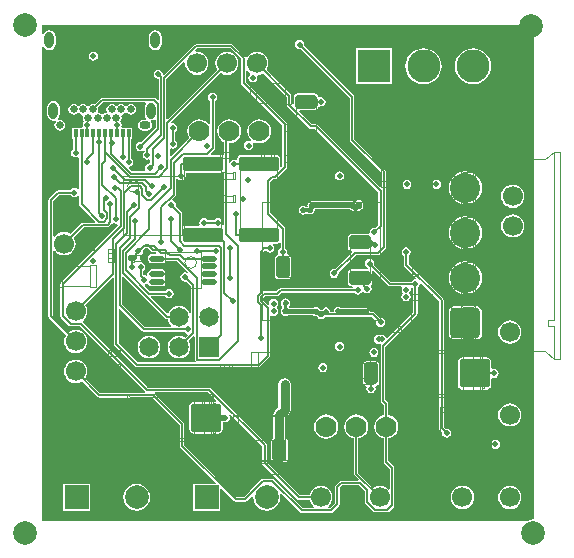
<source format=gbl>
G04 Layer_Physical_Order=4*
G04 Layer_Color=16711680*
%FSLAX44Y44*%
%MOMM*%
G71*
G01*
G75*
G04:AMPARAMS|DCode=10|XSize=1.8mm|YSize=1.15mm|CornerRadius=0.1437mm|HoleSize=0mm|Usage=FLASHONLY|Rotation=0.000|XOffset=0mm|YOffset=0mm|HoleType=Round|Shape=RoundedRectangle|*
%AMROUNDEDRECTD10*
21,1,1.8000,0.8625,0,0,0.0*
21,1,1.5125,1.1500,0,0,0.0*
1,1,0.2875,0.7562,-0.4313*
1,1,0.2875,-0.7562,-0.4313*
1,1,0.2875,-0.7562,0.4313*
1,1,0.2875,0.7562,0.4313*
%
%ADD10ROUNDEDRECTD10*%
G04:AMPARAMS|DCode=14|XSize=1.8mm|YSize=1.15mm|CornerRadius=0.1437mm|HoleSize=0mm|Usage=FLASHONLY|Rotation=90.000|XOffset=0mm|YOffset=0mm|HoleType=Round|Shape=RoundedRectangle|*
%AMROUNDEDRECTD14*
21,1,1.8000,0.8625,0,0,90.0*
21,1,1.5125,1.1500,0,0,90.0*
1,1,0.2875,0.4313,0.7562*
1,1,0.2875,0.4313,-0.7562*
1,1,0.2875,-0.4313,-0.7562*
1,1,0.2875,-0.4313,0.7562*
%
%ADD14ROUNDEDRECTD14*%
G04:AMPARAMS|DCode=24|XSize=0.5mm|YSize=0.6mm|CornerRadius=0.05mm|HoleSize=0mm|Usage=FLASHONLY|Rotation=270.000|XOffset=0mm|YOffset=0mm|HoleType=Round|Shape=RoundedRectangle|*
%AMROUNDEDRECTD24*
21,1,0.5000,0.5000,0,0,270.0*
21,1,0.4000,0.6000,0,0,270.0*
1,1,0.1000,-0.2500,-0.2000*
1,1,0.1000,-0.2500,0.2000*
1,1,0.1000,0.2500,0.2000*
1,1,0.1000,0.2500,-0.2000*
%
%ADD24ROUNDEDRECTD24*%
%ADD26C,0.3810*%
%ADD28C,0.2540*%
%ADD29C,0.1270*%
%ADD30C,0.7620*%
%ADD32C,0.0500*%
%ADD33C,0.1000*%
%ADD34C,1.7780*%
%ADD35C,1.7000*%
%ADD36C,2.5400*%
G04:AMPARAMS|DCode=37|XSize=2.54mm|YSize=2.54mm|CornerRadius=0.3175mm|HoleSize=0mm|Usage=FLASHONLY|Rotation=0.000|XOffset=0mm|YOffset=0mm|HoleType=Round|Shape=RoundedRectangle|*
%AMROUNDEDRECTD37*
21,1,2.5400,1.9050,0,0,0.0*
21,1,1.9050,2.5400,0,0,0.0*
1,1,0.6350,0.9525,-0.9525*
1,1,0.6350,-0.9525,-0.9525*
1,1,0.6350,-0.9525,0.9525*
1,1,0.6350,0.9525,0.9525*
%
%ADD37ROUNDEDRECTD37*%
%ADD38C,2.0000*%
%ADD39O,0.8000X1.4000*%
%ADD40C,0.6500*%
%ADD41O,0.9500X0.6500*%
%ADD42C,1.6510*%
%ADD43R,1.6510X1.6510*%
%ADD44C,2.0000*%
%ADD45R,2.0000X2.0000*%
%ADD46R,2.8000X2.8000*%
%ADD47C,2.8000*%
%ADD48C,0.5080*%
G04:AMPARAMS|DCode=64|XSize=3.35mm|YSize=1.25mm|CornerRadius=0.1563mm|HoleSize=0mm|Usage=FLASHONLY|Rotation=0.000|XOffset=0mm|YOffset=0mm|HoleType=Round|Shape=RoundedRectangle|*
%AMROUNDEDRECTD64*
21,1,3.3500,0.9375,0,0,0.0*
21,1,3.0375,1.2500,0,0,0.0*
1,1,0.3125,1.5188,-0.4688*
1,1,0.3125,-1.5188,-0.4688*
1,1,0.3125,-1.5188,0.4688*
1,1,0.3125,1.5188,0.4688*
%
%ADD64ROUNDEDRECTD64*%
G04:AMPARAMS|DCode=65|XSize=2.45mm|YSize=2.55mm|CornerRadius=0.245mm|HoleSize=0mm|Usage=FLASHONLY|Rotation=90.000|XOffset=0mm|YOffset=0mm|HoleType=Round|Shape=RoundedRectangle|*
%AMROUNDEDRECTD65*
21,1,2.4500,2.0600,0,0,90.0*
21,1,1.9600,2.5500,0,0,90.0*
1,1,0.4900,1.0300,0.9800*
1,1,0.4900,1.0300,-0.9800*
1,1,0.4900,-1.0300,-0.9800*
1,1,0.4900,-1.0300,0.9800*
%
%ADD65ROUNDEDRECTD65*%
%ADD66O,1.3500X0.5000*%
%ADD67R,0.3000X0.7000*%
%ADD68C,0.5080*%
G36*
X670306Y1268476D02*
Y851636D01*
X670000Y851367D01*
X667058Y850980D01*
X665639Y850392D01*
X254000D01*
Y1251532D01*
X254384Y1251671D01*
X255270Y1251743D01*
X256301Y1250201D01*
X258044Y1249036D01*
X260100Y1248627D01*
X262156Y1249036D01*
X263899Y1250201D01*
X265064Y1251944D01*
X265473Y1254000D01*
Y1260000D01*
X265064Y1262057D01*
X263899Y1263800D01*
X262156Y1264965D01*
X260100Y1265374D01*
X258044Y1264965D01*
X256301Y1263800D01*
X255270Y1262257D01*
X254384Y1262329D01*
X254000Y1262469D01*
Y1269746D01*
X254105Y1270000D01*
X668782D01*
X670306Y1268476D01*
D02*
G37*
%LPC*%
G36*
X652500Y1134854D02*
X649950Y1134519D01*
X647573Y1133534D01*
X645532Y1131968D01*
X643966Y1129927D01*
X642982Y1127551D01*
X642646Y1125000D01*
X642982Y1122450D01*
X643966Y1120073D01*
X645532Y1118032D01*
X647573Y1116466D01*
X649950Y1115481D01*
X652500Y1115146D01*
X655051Y1115481D01*
X657427Y1116466D01*
X659468Y1118032D01*
X661034Y1120073D01*
X662019Y1122450D01*
X662354Y1125000D01*
X662019Y1127551D01*
X661034Y1129927D01*
X659468Y1131968D01*
X657427Y1133534D01*
X655051Y1134519D01*
X652500Y1134854D01*
D02*
G37*
G36*
X637810Y918885D02*
X636324Y918589D01*
X635063Y917747D01*
X634221Y916487D01*
X633926Y915000D01*
X634221Y913513D01*
X635063Y912253D01*
X636324Y911411D01*
X637810Y911115D01*
X639297Y911411D01*
X640557Y912253D01*
X641399Y913513D01*
X641695Y915000D01*
X641399Y916487D01*
X640557Y917747D01*
X639297Y918589D01*
X637810Y918885D01*
D02*
G37*
G36*
X652500Y1109854D02*
X649950Y1109518D01*
X647573Y1108534D01*
X645532Y1106968D01*
X643966Y1104927D01*
X642982Y1102550D01*
X642646Y1100000D01*
X642982Y1097449D01*
X643966Y1095073D01*
X645532Y1093032D01*
X647573Y1091466D01*
X649950Y1090481D01*
X652500Y1090145D01*
X655051Y1090481D01*
X657427Y1091466D01*
X659468Y1093032D01*
X661034Y1095073D01*
X662019Y1097449D01*
X662354Y1100000D01*
X662019Y1102550D01*
X661034Y1104927D01*
X659468Y1106968D01*
X657427Y1108534D01*
X655051Y1109518D01*
X652500Y1109854D01*
D02*
G37*
G36*
X562810Y1138885D02*
X561324Y1138589D01*
X560063Y1137747D01*
X559221Y1136487D01*
X558926Y1135000D01*
X559221Y1133513D01*
X560063Y1132253D01*
X561324Y1131411D01*
X562810Y1131115D01*
X564297Y1131411D01*
X565557Y1132253D01*
X566399Y1133513D01*
X566695Y1135000D01*
X566399Y1136487D01*
X565557Y1137747D01*
X564297Y1138589D01*
X562810Y1138885D01*
D02*
G37*
G36*
X522500Y1121912D02*
X521261Y1121666D01*
X520211Y1120964D01*
X519267Y1120021D01*
X518564Y1120491D01*
X517325Y1120737D01*
X482000D01*
X480761Y1120491D01*
X479711Y1119789D01*
X479009Y1118739D01*
X478763Y1117500D01*
X478896Y1116831D01*
X478075Y1116283D01*
X477710Y1116210D01*
X476721Y1116871D01*
X475234Y1117167D01*
X473747Y1116871D01*
X472487Y1116029D01*
X471645Y1114769D01*
X471349Y1113282D01*
X471645Y1111795D01*
X472487Y1110535D01*
X473747Y1109693D01*
X475234Y1109397D01*
X476721Y1109693D01*
X477981Y1110535D01*
X478346Y1110608D01*
X479335Y1109947D01*
X480822Y1109651D01*
X482309Y1109947D01*
X483569Y1110789D01*
X484411Y1112049D01*
X484707Y1113536D01*
X485303Y1114263D01*
X514282D01*
X514397Y1114091D01*
X515657Y1113249D01*
X517144Y1112953D01*
X517358Y1112996D01*
X518086Y1112509D01*
X519325Y1112263D01*
X520564Y1112509D01*
X521396Y1113065D01*
X522025Y1112940D01*
X523511Y1113236D01*
X524772Y1114078D01*
X525614Y1115338D01*
X525910Y1116825D01*
X525737Y1117692D01*
Y1118675D01*
X525491Y1119914D01*
X524789Y1120964D01*
X523739Y1121666D01*
X522500Y1121912D01*
D02*
G37*
G36*
X612500Y1146241D02*
X608853Y1145760D01*
X605455Y1144353D01*
X602537Y1142114D01*
X600297Y1139195D01*
X598890Y1135797D01*
X598410Y1132150D01*
X598890Y1128503D01*
X600297Y1125105D01*
X602537Y1122187D01*
X605455Y1119947D01*
X608853Y1118540D01*
X612500Y1118060D01*
X616147Y1118540D01*
X619545Y1119947D01*
X622464Y1122187D01*
X624703Y1125105D01*
X626111Y1128503D01*
X626591Y1132150D01*
X626111Y1135797D01*
X624703Y1139195D01*
X622464Y1142114D01*
X619545Y1144353D01*
X616147Y1145760D01*
X612500Y1146241D01*
D02*
G37*
G36*
Y1070041D02*
X608853Y1069560D01*
X605455Y1068153D01*
X602537Y1065914D01*
X600297Y1062995D01*
X598890Y1059597D01*
X598410Y1055950D01*
X598890Y1052303D01*
X600297Y1048905D01*
X602537Y1045987D01*
X605455Y1043747D01*
X608853Y1042340D01*
X612500Y1041860D01*
X616147Y1042340D01*
X619545Y1043747D01*
X622464Y1045987D01*
X624703Y1048905D01*
X626111Y1052303D01*
X626591Y1055950D01*
X626111Y1059597D01*
X624703Y1062995D01*
X622464Y1065914D01*
X619545Y1068153D01*
X616147Y1069560D01*
X612500Y1070041D01*
D02*
G37*
G36*
X650000Y1019854D02*
X647450Y1019519D01*
X645073Y1018534D01*
X643032Y1016968D01*
X641466Y1014927D01*
X640482Y1012551D01*
X640146Y1010000D01*
X640482Y1007449D01*
X641466Y1005073D01*
X643032Y1003032D01*
X645073Y1001466D01*
X647450Y1000481D01*
X650000Y1000146D01*
X652551Y1000481D01*
X654927Y1001466D01*
X656968Y1003032D01*
X658534Y1005073D01*
X659519Y1007449D01*
X659855Y1010000D01*
X659519Y1012551D01*
X658534Y1014927D01*
X656968Y1016968D01*
X654927Y1018534D01*
X652551Y1019519D01*
X650000Y1019854D01*
D02*
G37*
G36*
X622025Y1031907D02*
X602975D01*
X601241Y1031562D01*
X599771Y1030580D01*
X598788Y1029109D01*
X598443Y1027375D01*
Y1008325D01*
X598788Y1006591D01*
X599771Y1005120D01*
X601241Y1004138D01*
X602975Y1003793D01*
X622025D01*
X623759Y1004138D01*
X625230Y1005120D01*
X626212Y1006591D01*
X626557Y1008325D01*
Y1027375D01*
X626212Y1029109D01*
X625230Y1030580D01*
X623759Y1031562D01*
X622025Y1031907D01*
D02*
G37*
G36*
X612500Y1108141D02*
X608853Y1107661D01*
X605455Y1106253D01*
X602537Y1104014D01*
X600297Y1101095D01*
X598890Y1097697D01*
X598410Y1094050D01*
X598890Y1090403D01*
X600297Y1087005D01*
X602537Y1084087D01*
X605455Y1081847D01*
X608853Y1080440D01*
X612500Y1079960D01*
X616147Y1080440D01*
X619545Y1081847D01*
X622464Y1084087D01*
X624703Y1087005D01*
X626111Y1090403D01*
X626591Y1094050D01*
X626111Y1097697D01*
X624703Y1101095D01*
X622464Y1104014D01*
X619545Y1106253D01*
X616147Y1107661D01*
X612500Y1108141D01*
D02*
G37*
G36*
X650000Y949854D02*
X647450Y949519D01*
X645073Y948534D01*
X643032Y946968D01*
X641466Y944927D01*
X640482Y942551D01*
X640146Y940000D01*
X640482Y937450D01*
X641466Y935073D01*
X643032Y933032D01*
X645073Y931466D01*
X647450Y930482D01*
X650000Y930146D01*
X652551Y930482D01*
X654927Y931466D01*
X656968Y933032D01*
X658534Y935073D01*
X659519Y937450D01*
X659855Y940000D01*
X659519Y942551D01*
X658534Y944927D01*
X656968Y946968D01*
X654927Y948534D01*
X652551Y949519D01*
X650000Y949854D01*
D02*
G37*
G36*
X630550Y988593D02*
X609950D01*
X608499Y988304D01*
X607268Y987482D01*
X606446Y986251D01*
X606157Y984800D01*
Y965200D01*
X606446Y963748D01*
X607268Y962518D01*
X608499Y961696D01*
X609950Y961407D01*
X630550D01*
X632002Y961696D01*
X633232Y962518D01*
X634054Y963748D01*
X634343Y965200D01*
Y970655D01*
X635613Y971353D01*
X636810Y971115D01*
X638297Y971411D01*
X639557Y972253D01*
X640399Y973513D01*
X640695Y975000D01*
X640399Y976486D01*
X639557Y977747D01*
X638297Y978589D01*
X636810Y978885D01*
X635613Y978646D01*
X634343Y979344D01*
Y984800D01*
X634054Y986251D01*
X633232Y987482D01*
X632002Y988304D01*
X630550Y988593D01*
D02*
G37*
G36*
X587811Y1138885D02*
X586324Y1138589D01*
X585064Y1137747D01*
X584222Y1136487D01*
X583926Y1135000D01*
X584222Y1133513D01*
X585064Y1132253D01*
X586324Y1131411D01*
X587811Y1131115D01*
X589297Y1131411D01*
X590558Y1132253D01*
X591400Y1133513D01*
X591696Y1135000D01*
X591400Y1136487D01*
X590558Y1137747D01*
X589297Y1138589D01*
X587811Y1138885D01*
D02*
G37*
G36*
X550270Y1250270D02*
X519730D01*
Y1219730D01*
X550270D01*
Y1250270D01*
D02*
G37*
G36*
X619001Y1250344D02*
X616007Y1250049D01*
X613129Y1249176D01*
X610476Y1247758D01*
X608151Y1245850D01*
X606243Y1243524D01*
X604825Y1240872D01*
X603951Y1237993D01*
X603657Y1235000D01*
X603951Y1232006D01*
X604825Y1229128D01*
X606243Y1226475D01*
X608151Y1224150D01*
X610476Y1222242D01*
X613129Y1220824D01*
X616007Y1219951D01*
X619001Y1219656D01*
X621994Y1219951D01*
X624872Y1220824D01*
X627525Y1222242D01*
X629850Y1224150D01*
X631758Y1226475D01*
X633176Y1229128D01*
X634050Y1232006D01*
X634344Y1235000D01*
X634050Y1237993D01*
X633176Y1240872D01*
X631758Y1243524D01*
X629850Y1245850D01*
X627525Y1247758D01*
X624872Y1249176D01*
X621994Y1250049D01*
X619001Y1250344D01*
D02*
G37*
G36*
X577001D02*
X574007Y1250049D01*
X571129Y1249176D01*
X568476Y1247758D01*
X566151Y1245850D01*
X564243Y1243524D01*
X562825Y1240872D01*
X561952Y1237993D01*
X561657Y1235000D01*
X561952Y1232006D01*
X562825Y1229128D01*
X564243Y1226475D01*
X566151Y1224150D01*
X568476Y1222242D01*
X571129Y1220824D01*
X574007Y1219951D01*
X577001Y1219656D01*
X579994Y1219951D01*
X582873Y1220824D01*
X585525Y1222242D01*
X587850Y1224150D01*
X589759Y1226475D01*
X591176Y1229128D01*
X592050Y1232006D01*
X592345Y1235000D01*
X592050Y1237993D01*
X591176Y1240872D01*
X589759Y1243524D01*
X587850Y1245850D01*
X585525Y1247758D01*
X582873Y1249176D01*
X579994Y1250049D01*
X577001Y1250344D01*
D02*
G37*
G36*
X349900Y1265374D02*
X347844Y1264965D01*
X346101Y1263800D01*
X344936Y1262057D01*
X344527Y1260000D01*
Y1254000D01*
X344936Y1251944D01*
X346101Y1250201D01*
X347844Y1249036D01*
X349900Y1248627D01*
X351956Y1249036D01*
X353700Y1250201D01*
X354865Y1251944D01*
X355274Y1254000D01*
Y1260000D01*
X354865Y1262057D01*
X353700Y1263800D01*
X351956Y1264965D01*
X349900Y1265374D01*
D02*
G37*
G36*
X297500Y1247469D02*
X296014Y1247173D01*
X294753Y1246331D01*
X293911Y1245071D01*
X293615Y1243584D01*
X293911Y1242097D01*
X294753Y1240837D01*
X296014Y1239995D01*
X297500Y1239699D01*
X298987Y1239995D01*
X300247Y1240837D01*
X301089Y1242097D01*
X301385Y1243584D01*
X301089Y1245071D01*
X300247Y1246331D01*
X298987Y1247173D01*
X297500Y1247469D01*
D02*
G37*
G36*
X334200Y881367D02*
X331258Y880980D01*
X328516Y879844D01*
X326162Y878038D01*
X324356Y875683D01*
X323220Y872942D01*
X322833Y870000D01*
X323220Y867058D01*
X324356Y864316D01*
X326162Y861962D01*
X328516Y860155D01*
X331258Y859020D01*
X334200Y858633D01*
X337142Y859020D01*
X339884Y860155D01*
X342238Y861962D01*
X344044Y864316D01*
X345180Y867058D01*
X345567Y870000D01*
X345180Y872942D01*
X344044Y875683D01*
X342238Y878038D01*
X339884Y879844D01*
X337142Y880980D01*
X334200Y881367D01*
D02*
G37*
G36*
X472037Y1257270D02*
X470550Y1256974D01*
X469290Y1256132D01*
X468448Y1254872D01*
X468152Y1253385D01*
X468448Y1251899D01*
X469290Y1250639D01*
X470550Y1249796D01*
X472037Y1249501D01*
X472986Y1249689D01*
X514440Y1208235D01*
Y1172972D01*
X514588Y1172229D01*
X515009Y1171599D01*
X541364Y1145244D01*
Y1133295D01*
X540190Y1132809D01*
X487478Y1185521D01*
X486847Y1185943D01*
X486104Y1186090D01*
X482337D01*
X471674Y1196753D01*
X472160Y1197927D01*
X485063D01*
X486119Y1198137D01*
X487015Y1198735D01*
X487613Y1199631D01*
X487799Y1200568D01*
X488161Y1200866D01*
X489093Y1201357D01*
X490310Y1201115D01*
X491797Y1201411D01*
X493057Y1202253D01*
X493899Y1203513D01*
X494195Y1205000D01*
X493899Y1206487D01*
X493057Y1207747D01*
X491797Y1208589D01*
X490310Y1208885D01*
X489093Y1208642D01*
X488161Y1209134D01*
X487799Y1209432D01*
X487613Y1210369D01*
X487015Y1211264D01*
X486119Y1211863D01*
X485063Y1212073D01*
X469938D01*
X468881Y1211863D01*
X467986Y1211264D01*
X467387Y1210369D01*
X467177Y1209312D01*
Y1203231D01*
X465989Y1202711D01*
X465238Y1203317D01*
Y1210004D01*
X465090Y1210748D01*
X464669Y1211378D01*
X464669Y1211378D01*
X443961Y1232086D01*
X444334Y1232573D01*
X445318Y1234950D01*
X445654Y1237500D01*
X445318Y1240051D01*
X444334Y1242427D01*
X442768Y1244468D01*
X440727Y1246034D01*
X438350Y1247019D01*
X435800Y1247355D01*
X433250Y1247019D01*
X430873Y1246034D01*
X428832Y1244468D01*
X427645Y1242921D01*
X427532Y1242885D01*
X426235Y1242973D01*
X426180Y1243001D01*
X426061Y1243179D01*
X426061Y1243179D01*
X415793Y1253448D01*
X415163Y1253869D01*
X414420Y1254017D01*
X384702D01*
X383958Y1253869D01*
X383328Y1253448D01*
X383328Y1253448D01*
X357319Y1227439D01*
X357246Y1227436D01*
X356122Y1228037D01*
X356183Y1228344D01*
X355887Y1229831D01*
X355045Y1231091D01*
X353785Y1231933D01*
X352298Y1232229D01*
X350811Y1231933D01*
X349551Y1231091D01*
X348709Y1229831D01*
X348413Y1228344D01*
X348709Y1226857D01*
X349551Y1225597D01*
X350811Y1224755D01*
X352298Y1224459D01*
X352803Y1224045D01*
Y1206914D01*
X351630Y1206428D01*
X350185Y1207873D01*
X349554Y1208295D01*
X348811Y1208442D01*
X305000D01*
X305000Y1208442D01*
X304257Y1208295D01*
X303627Y1207873D01*
X298553Y1202800D01*
X297000Y1203109D01*
X295236Y1202758D01*
X293741Y1201759D01*
X293635Y1201600D01*
X292365D01*
X292259Y1201759D01*
X290764Y1202758D01*
X289000Y1203109D01*
X287237Y1202758D01*
X285741Y1201759D01*
X285635Y1201600D01*
X284365D01*
X284259Y1201759D01*
X282764Y1202758D01*
X281000Y1203109D01*
X279237Y1202758D01*
X277742Y1201759D01*
X276742Y1200264D01*
X276392Y1198500D01*
X276742Y1196736D01*
X277742Y1195241D01*
X279237Y1194242D01*
X281000Y1193892D01*
X282764Y1194242D01*
X284259Y1195241D01*
X284365Y1195400D01*
X285635D01*
X285741Y1195241D01*
X287237Y1194242D01*
X287794Y1194131D01*
X288742Y1193264D01*
X288392Y1191500D01*
X288742Y1189737D01*
X289675Y1188341D01*
X288911Y1187197D01*
X288616Y1185711D01*
X288868Y1184441D01*
X288204Y1183170D01*
X279730D01*
Y1173631D01*
X280557D01*
Y1165080D01*
X279753Y1164543D01*
X278911Y1163283D01*
X278615Y1161796D01*
X278911Y1160309D01*
X279753Y1159049D01*
X281013Y1158207D01*
X282500Y1157911D01*
X283986Y1158207D01*
X284288Y1158408D01*
X285558Y1157730D01*
Y1130983D01*
X284288Y1130598D01*
X284179Y1130761D01*
X282919Y1131603D01*
X281432Y1131899D01*
X279945Y1131603D01*
X278685Y1130761D01*
X278148Y1129956D01*
X267208D01*
X266465Y1129809D01*
X265835Y1129387D01*
X259993Y1123545D01*
X259571Y1122915D01*
X259424Y1122172D01*
Y1023234D01*
X259571Y1022491D01*
X259993Y1021861D01*
X274339Y1007514D01*
X273966Y1007027D01*
X272981Y1004651D01*
X272645Y1002100D01*
X272981Y999550D01*
X273966Y997173D01*
X275532Y995132D01*
X277573Y993566D01*
X279949Y992582D01*
X282500Y992246D01*
X285050Y992582D01*
X287427Y993566D01*
X289468Y995132D01*
X291034Y997173D01*
X292018Y999550D01*
X292354Y1002100D01*
X292018Y1004651D01*
X291034Y1007027D01*
X289468Y1009068D01*
X287427Y1010634D01*
X285050Y1011619D01*
X282500Y1011954D01*
X279949Y1011619D01*
X277573Y1010634D01*
X277086Y1010261D01*
X263308Y1024038D01*
Y1078844D01*
X264578Y1079275D01*
X265532Y1078032D01*
X267573Y1076466D01*
X269949Y1075482D01*
X272500Y1075146D01*
X275050Y1075482D01*
X277427Y1076466D01*
X279468Y1078032D01*
X281034Y1080073D01*
X282018Y1082450D01*
X282354Y1085000D01*
X282018Y1087551D01*
X281034Y1089927D01*
X280660Y1090414D01*
X289140Y1098894D01*
X309499D01*
X310242Y1099042D01*
X310872Y1099463D01*
X313158Y1101749D01*
X314702Y1102086D01*
X314717Y1102082D01*
X314743Y1102073D01*
X314743Y1102073D01*
X316230Y1101777D01*
X316830Y1101897D01*
X318098Y1101023D01*
X318196Y1100233D01*
X270153Y1052189D01*
X269732Y1051559D01*
X269584Y1050816D01*
Y1023620D01*
X269732Y1022877D01*
X270153Y1022247D01*
X277011Y1015389D01*
X277641Y1014967D01*
X278384Y1014820D01*
X278384Y1014820D01*
X286469D01*
X341513Y959776D01*
X341198Y958722D01*
X341039Y958506D01*
X303440D01*
X290660Y971286D01*
X291034Y971773D01*
X292018Y974150D01*
X292354Y976700D01*
X292018Y979251D01*
X291034Y981627D01*
X289468Y983668D01*
X287427Y985234D01*
X285050Y986219D01*
X282500Y986554D01*
X279949Y986219D01*
X277573Y985234D01*
X275532Y983668D01*
X273966Y981627D01*
X272981Y979251D01*
X272645Y976700D01*
X272981Y974150D01*
X273966Y971773D01*
X275532Y969732D01*
X277573Y968166D01*
X279949Y967182D01*
X282500Y966846D01*
X285050Y967182D01*
X287427Y968166D01*
X287914Y968540D01*
X301262Y955191D01*
X301893Y954770D01*
X302636Y954622D01*
X346922D01*
X370422Y931122D01*
Y913892D01*
X370569Y913149D01*
X370991Y912519D01*
X401066Y882443D01*
X400580Y881270D01*
X382130D01*
Y858730D01*
X404670D01*
Y877180D01*
X405843Y877666D01*
X416457Y867053D01*
X417087Y866631D01*
X417830Y866484D01*
X425958D01*
X426701Y866631D01*
X427331Y867053D01*
X431744Y871466D01*
X432947Y870872D01*
X432832Y870000D01*
X433220Y867058D01*
X434355Y864316D01*
X436162Y861962D01*
X438516Y860155D01*
X441258Y859020D01*
X444200Y858633D01*
X447142Y859020D01*
X449883Y860155D01*
X452238Y861962D01*
X454044Y864316D01*
X455180Y867058D01*
X455567Y870000D01*
X455180Y872942D01*
X455128Y873067D01*
X456204Y873787D01*
X472337Y857655D01*
X472967Y857234D01*
X473710Y857086D01*
X498856D01*
X499599Y857234D01*
X500229Y857655D01*
X505309Y862735D01*
X505731Y863365D01*
X505878Y864108D01*
X505878Y864108D01*
Y877782D01*
X508297Y880200D01*
X522435D01*
X527394Y875241D01*
Y865948D01*
X527542Y865205D01*
X527963Y864575D01*
X534628Y857909D01*
X535259Y857487D01*
X536002Y857340D01*
X546100D01*
X546843Y857487D01*
X547473Y857909D01*
X551791Y862227D01*
X552212Y862857D01*
X552360Y863600D01*
Y895096D01*
X552212Y895839D01*
X551791Y896469D01*
X547342Y900919D01*
Y920008D01*
X548052Y920102D01*
X550524Y921125D01*
X552646Y922754D01*
X554275Y924876D01*
X555299Y927348D01*
X555648Y930000D01*
X555299Y932653D01*
X554275Y935124D01*
X552646Y937246D01*
X550524Y938875D01*
X548052Y939899D01*
X547342Y939992D01*
Y949198D01*
X547194Y949941D01*
X546773Y950571D01*
X544740Y952605D01*
Y997670D01*
X571349Y1024278D01*
X571349Y1024279D01*
X571771Y1024909D01*
X571918Y1025652D01*
X571918Y1025652D01*
Y1047514D01*
X572723Y1048051D01*
X573565Y1049311D01*
X573853Y1050760D01*
X574022Y1050876D01*
X575042Y1051367D01*
X590386Y1036023D01*
Y928878D01*
X590533Y928135D01*
X590955Y927505D01*
X592950Y925509D01*
X592761Y924560D01*
X593057Y923073D01*
X593899Y921813D01*
X595159Y920971D01*
X596646Y920675D01*
X598133Y920971D01*
X599393Y921813D01*
X600235Y923073D01*
X600531Y924560D01*
X600235Y926047D01*
X599393Y927307D01*
X598133Y928149D01*
X596646Y928445D01*
X595697Y928256D01*
X594270Y929682D01*
Y1036828D01*
X594123Y1037571D01*
X593701Y1038201D01*
X564298Y1067605D01*
Y1074715D01*
X565103Y1075253D01*
X565945Y1076513D01*
X566241Y1078000D01*
X565945Y1079486D01*
X565103Y1080747D01*
X563843Y1081589D01*
X562356Y1081885D01*
X560869Y1081589D01*
X559609Y1080747D01*
X558767Y1079486D01*
X558471Y1078000D01*
X558767Y1076513D01*
X559609Y1075253D01*
X560414Y1074715D01*
Y1066800D01*
X560561Y1066057D01*
X560983Y1065427D01*
X570545Y1055864D01*
X570054Y1054844D01*
X569938Y1054675D01*
X568489Y1054387D01*
X567229Y1053545D01*
X566692Y1052740D01*
X549445D01*
X535064Y1067121D01*
X535253Y1068070D01*
X534957Y1069557D01*
X534115Y1070817D01*
X532855Y1071659D01*
X531368Y1071955D01*
X529881Y1071659D01*
X528621Y1070817D01*
X527779Y1069557D01*
X527483Y1068070D01*
X527779Y1066583D01*
X528621Y1065323D01*
X529881Y1064481D01*
X529983Y1064461D01*
X529858Y1063191D01*
X515677D01*
X514621Y1062981D01*
X513726Y1062382D01*
X513127Y1061487D01*
X512917Y1060430D01*
Y1051805D01*
X513127Y1050749D01*
X513726Y1049853D01*
X514621Y1049255D01*
X515677Y1049045D01*
X516463D01*
X517155Y1047775D01*
X516917Y1047406D01*
X455930D01*
X455187Y1047259D01*
X454557Y1046837D01*
X454557Y1046837D01*
X452106Y1044387D01*
X441969D01*
X441108Y1045511D01*
Y1077426D01*
X442400Y1078717D01*
X443839Y1078610D01*
X444062Y1078277D01*
X445322Y1077435D01*
X446808Y1077139D01*
X448295Y1077435D01*
X449555Y1078277D01*
X450397Y1079537D01*
X450693Y1081024D01*
X450397Y1082511D01*
X449633Y1083654D01*
X449767Y1084208D01*
X450115Y1084924D01*
X452687D01*
X453792Y1085144D01*
X454729Y1085770D01*
X454735Y1085778D01*
X456005Y1085393D01*
Y1081444D01*
X454961Y1080747D01*
X454119Y1079486D01*
X453823Y1078000D01*
X454048Y1076869D01*
X453902Y1076420D01*
X453567Y1075881D01*
X453254Y1075523D01*
X452578Y1075388D01*
X451683Y1074790D01*
X451084Y1073894D01*
X450874Y1072838D01*
Y1057713D01*
X451084Y1056657D01*
X451683Y1055761D01*
X452578Y1055163D01*
X453635Y1054952D01*
X462260D01*
X463316Y1055163D01*
X464212Y1055761D01*
X464810Y1056657D01*
X465020Y1057713D01*
Y1072838D01*
X464810Y1073894D01*
X464212Y1074790D01*
X463316Y1075388D01*
X462260Y1075599D01*
X462097D01*
X461368Y1076869D01*
X461593Y1078000D01*
X461297Y1079486D01*
X460455Y1080747D01*
X459890Y1081124D01*
Y1097549D01*
X459890Y1097549D01*
X459742Y1098292D01*
X459321Y1098922D01*
X459321Y1098922D01*
X447204Y1111039D01*
Y1137370D01*
X449622Y1139788D01*
X451612D01*
X452355Y1139936D01*
X452985Y1140357D01*
X460859Y1148231D01*
X461281Y1148861D01*
X461428Y1149604D01*
Y1185926D01*
X461428Y1185926D01*
X461281Y1186669D01*
X460859Y1187299D01*
X460859Y1187299D01*
X426630Y1221528D01*
Y1231315D01*
X427900Y1231746D01*
X428832Y1230532D01*
X429921Y1229697D01*
X429870Y1228135D01*
X429753Y1228057D01*
X428911Y1226797D01*
X428615Y1225310D01*
X428911Y1223824D01*
X429753Y1222563D01*
X431013Y1221721D01*
X432500Y1221426D01*
X433987Y1221721D01*
X435247Y1222563D01*
X436089Y1223824D01*
X436385Y1225310D01*
X436165Y1226413D01*
X436713Y1227524D01*
X436948Y1227797D01*
X438350Y1227982D01*
X440727Y1228966D01*
X441214Y1229340D01*
X461354Y1209200D01*
Y1202384D01*
X461502Y1201641D01*
X461923Y1201011D01*
X480159Y1182775D01*
X480789Y1182354D01*
X481532Y1182206D01*
X481532Y1182206D01*
X485300D01*
X538824Y1128682D01*
Y1100624D01*
X536381Y1098182D01*
X535432Y1098371D01*
X533945Y1098075D01*
X532685Y1097233D01*
X531843Y1095973D01*
X531547Y1094486D01*
X531578Y1094331D01*
X531191Y1093763D01*
X530510Y1093191D01*
X515677D01*
X514621Y1092981D01*
X513726Y1092382D01*
X513127Y1091487D01*
X512917Y1090430D01*
Y1081805D01*
X513127Y1080749D01*
X513726Y1079853D01*
X514621Y1079255D01*
X515677Y1079045D01*
X516210D01*
X516736Y1077775D01*
X502345Y1063384D01*
X501396Y1063573D01*
X499909Y1063277D01*
X498649Y1062435D01*
X497807Y1061175D01*
X497511Y1059688D01*
X497807Y1058201D01*
X498649Y1056941D01*
X499909Y1056099D01*
X501396Y1055803D01*
X502883Y1056099D01*
X504143Y1056941D01*
X504985Y1058201D01*
X505281Y1059688D01*
X505092Y1060637D01*
X519726Y1075272D01*
X538480D01*
X539223Y1075419D01*
X539853Y1075841D01*
X544679Y1080667D01*
X544679Y1080667D01*
X545101Y1081297D01*
X545248Y1082040D01*
X545248Y1082040D01*
Y1146048D01*
X545101Y1146791D01*
X544679Y1147421D01*
X544679Y1147421D01*
X518324Y1173776D01*
Y1209040D01*
X518176Y1209783D01*
X517755Y1210413D01*
X475732Y1252436D01*
X475921Y1253385D01*
X475626Y1254872D01*
X474784Y1256132D01*
X473523Y1256974D01*
X472037Y1257270D01*
D02*
G37*
G36*
X650000Y879854D02*
X647450Y879518D01*
X645073Y878534D01*
X643032Y876968D01*
X641466Y874927D01*
X640482Y872550D01*
X640146Y870000D01*
X640482Y867449D01*
X641466Y865073D01*
X643032Y863032D01*
X645073Y861466D01*
X647450Y860481D01*
X650000Y860145D01*
X652551Y860481D01*
X654927Y861466D01*
X656968Y863032D01*
X658534Y865073D01*
X659519Y867449D01*
X659855Y870000D01*
X659519Y872550D01*
X658534Y874927D01*
X656968Y876968D01*
X654927Y878534D01*
X652551Y879518D01*
X650000Y879854D01*
D02*
G37*
G36*
X506000Y1146195D02*
X504513Y1145899D01*
X503253Y1145057D01*
X502411Y1143797D01*
X502115Y1142310D01*
X502411Y1140824D01*
X503253Y1139563D01*
X504513Y1138721D01*
X506000Y1138426D01*
X507487Y1138721D01*
X508747Y1139563D01*
X509589Y1140824D01*
X509885Y1142310D01*
X509589Y1143797D01*
X508747Y1145057D01*
X507487Y1145899D01*
X506000Y1146195D01*
D02*
G37*
G36*
X610000Y879854D02*
X607449Y879518D01*
X605073Y878534D01*
X603032Y876968D01*
X601466Y874927D01*
X600481Y872550D01*
X600145Y870000D01*
X600481Y867449D01*
X601466Y865073D01*
X603032Y863032D01*
X605073Y861466D01*
X607449Y860481D01*
X610000Y860145D01*
X612550Y860481D01*
X614927Y861466D01*
X616968Y863032D01*
X618534Y865073D01*
X619518Y867449D01*
X619854Y870000D01*
X619518Y872550D01*
X618534Y874927D01*
X616968Y876968D01*
X614927Y878534D01*
X612550Y879518D01*
X610000Y879854D01*
D02*
G37*
G36*
X294670Y881270D02*
X272130D01*
Y858730D01*
X294670D01*
Y881270D01*
D02*
G37*
G36*
X263700Y1205873D02*
X261644Y1205464D01*
X259901Y1204300D01*
X258736Y1202557D01*
X258327Y1200500D01*
Y1194500D01*
X258736Y1192444D01*
X259901Y1190701D01*
X261644Y1189536D01*
X263700Y1189127D01*
X265201Y1189426D01*
X265700Y1188349D01*
X265725Y1188235D01*
X264743Y1186764D01*
X264392Y1185000D01*
X264743Y1183237D01*
X265742Y1181742D01*
X267237Y1180743D01*
X269000Y1180392D01*
X270764Y1180743D01*
X272259Y1181742D01*
X273258Y1183237D01*
X273609Y1185000D01*
X273258Y1186764D01*
X272259Y1188259D01*
X270764Y1189258D01*
X269000Y1189609D01*
X267792Y1189369D01*
X267296Y1190565D01*
X267500Y1190701D01*
X268664Y1192444D01*
X269074Y1194500D01*
Y1200500D01*
X268664Y1202557D01*
X267500Y1204300D01*
X265756Y1205464D01*
X263700Y1205873D01*
D02*
G37*
%LPD*%
G36*
X338987Y1011071D02*
X339617Y1010649D01*
X340360Y1010502D01*
X374160D01*
X374697Y1009697D01*
X375957Y1008855D01*
X376837Y1008680D01*
X377284Y1007331D01*
X375239Y1005286D01*
X374803Y1005620D01*
X372486Y1006580D01*
X370000Y1006907D01*
X367513Y1006580D01*
X365196Y1005620D01*
X363206Y1004093D01*
X361680Y1002104D01*
X360720Y999787D01*
X360393Y997300D01*
X360720Y994814D01*
X361680Y992496D01*
X363206Y990507D01*
X365196Y988980D01*
X367513Y988020D01*
X370000Y987693D01*
X372486Y988020D01*
X374803Y988980D01*
X376793Y990507D01*
X378320Y992496D01*
X379280Y994814D01*
X379607Y997300D01*
X379280Y999787D01*
X378320Y1002104D01*
X377986Y1002539D01*
X381948Y1006502D01*
X383122Y1006016D01*
Y987316D01*
X383270Y986572D01*
X383691Y985942D01*
X383949Y985684D01*
X383634Y984630D01*
X383475Y984414D01*
X335069D01*
X318934Y1000548D01*
Y1029464D01*
X320108Y1029949D01*
X338987Y1011071D01*
D02*
G37*
G36*
X401601Y952266D02*
X401115Y951093D01*
X382450D01*
X380999Y950804D01*
X379768Y949982D01*
X378946Y948751D01*
X378657Y947300D01*
Y927700D01*
X378946Y926248D01*
X379768Y925018D01*
X380999Y924196D01*
X382450Y923907D01*
X403050D01*
X404501Y924196D01*
X405732Y925018D01*
X406554Y926248D01*
X406843Y927700D01*
Y933615D01*
X409310D01*
X410797Y933911D01*
X412057Y934753D01*
X412899Y936013D01*
X413195Y937500D01*
X412899Y938986D01*
X412526Y939545D01*
X413512Y940355D01*
X440526Y913342D01*
Y899160D01*
X440673Y898417D01*
X441095Y897787D01*
X470255Y868626D01*
X470885Y868205D01*
X471628Y868057D01*
X471628Y868057D01*
X480401D01*
X480481Y867449D01*
X481466Y865073D01*
X483032Y863032D01*
X484063Y862240D01*
X483632Y860970D01*
X474515D01*
X450191Y885293D01*
X449561Y885714D01*
X448818Y885862D01*
X441198D01*
X440455Y885714D01*
X439825Y885293D01*
X429919Y875387D01*
X429497Y874757D01*
X429486Y874701D01*
X425154Y870368D01*
X418634D01*
X374306Y914697D01*
Y931926D01*
X374159Y932669D01*
X373737Y933299D01*
X349367Y957670D01*
X349682Y958724D01*
X349841Y958940D01*
X394927D01*
X401601Y952266D01*
D02*
G37*
G36*
X547267Y1049425D02*
X547897Y1049004D01*
X548640Y1048856D01*
X558109D01*
X558788Y1047586D01*
X558721Y1047486D01*
X558426Y1046000D01*
X558721Y1044513D01*
X559054Y1044015D01*
X559443Y1042747D01*
X558601Y1041487D01*
X558305Y1040001D01*
X558601Y1038514D01*
X559443Y1037254D01*
X560703Y1036412D01*
X562190Y1036116D01*
X563676Y1036412D01*
X564937Y1037254D01*
X565779Y1038514D01*
X566074Y1040001D01*
X565779Y1041487D01*
X565446Y1041985D01*
X565057Y1043253D01*
X565899Y1044513D01*
X566195Y1046000D01*
X566018Y1046887D01*
X566980Y1047857D01*
X568034Y1046881D01*
Y1026457D01*
X546462Y1004885D01*
X545086Y1005295D01*
X544244Y1006555D01*
X542984Y1007397D01*
X541497Y1007693D01*
X540243Y1007443D01*
X538988Y1007693D01*
X537501Y1007397D01*
X536241Y1006555D01*
X535399Y1005295D01*
X535103Y1003808D01*
X535399Y1002321D01*
X536241Y1001061D01*
X537501Y1000219D01*
X538988Y999923D01*
X540095Y1000144D01*
X540629Y999687D01*
X541003Y999217D01*
X540856Y998474D01*
Y951800D01*
X541003Y951057D01*
X541425Y950426D01*
X543458Y948393D01*
Y939992D01*
X542748Y939899D01*
X540276Y938875D01*
X538154Y937246D01*
X536525Y935124D01*
X535502Y932653D01*
X535152Y930000D01*
X535502Y927348D01*
X536525Y924876D01*
X538154Y922754D01*
X540276Y921125D01*
X542748Y920102D01*
X543458Y920008D01*
Y900114D01*
X543605Y899371D01*
X544026Y898741D01*
X548476Y894292D01*
Y876978D01*
X547273Y876570D01*
X546968Y876968D01*
X544927Y878534D01*
X542550Y879518D01*
X540000Y879854D01*
X537449Y879518D01*
X535073Y878534D01*
X534586Y878160D01*
X521942Y890804D01*
Y920008D01*
X522652Y920102D01*
X525124Y921125D01*
X527246Y922754D01*
X528875Y924876D01*
X529898Y927348D01*
X530248Y930000D01*
X529898Y932653D01*
X528875Y935124D01*
X527246Y937246D01*
X525124Y938875D01*
X522652Y939899D01*
X520000Y940248D01*
X517348Y939899D01*
X514876Y938875D01*
X512754Y937246D01*
X511125Y935124D01*
X510102Y932653D01*
X509752Y930000D01*
X510102Y927348D01*
X511125Y924876D01*
X512754Y922754D01*
X514876Y921125D01*
X517348Y920102D01*
X518058Y920008D01*
Y890000D01*
X518205Y889256D01*
X518627Y888626D01*
X521995Y885258D01*
X521509Y884084D01*
X507492D01*
X506749Y883936D01*
X506119Y883515D01*
X502563Y879959D01*
X502141Y879329D01*
X501994Y878586D01*
Y864912D01*
X498051Y860970D01*
X496368D01*
X495937Y862240D01*
X496968Y863032D01*
X498534Y865073D01*
X499519Y867449D01*
X499854Y870000D01*
X499519Y872550D01*
X498534Y874927D01*
X496968Y876968D01*
X494927Y878534D01*
X492551Y879518D01*
X490000Y879854D01*
X487450Y879518D01*
X485073Y878534D01*
X483032Y876968D01*
X481466Y874927D01*
X480481Y872550D01*
X480401Y871942D01*
X472433D01*
X444410Y899965D01*
Y914146D01*
X444263Y914889D01*
X443841Y915519D01*
X397105Y962255D01*
X396475Y962676D01*
X395732Y962824D01*
X343959D01*
X288647Y1018135D01*
X288532Y1018213D01*
X288370Y1019622D01*
X288400Y1019712D01*
X289468Y1020532D01*
X291034Y1022573D01*
X292018Y1024950D01*
X292354Y1027500D01*
X292018Y1030051D01*
X291034Y1032427D01*
X290660Y1032914D01*
X313876Y1056130D01*
X315050Y1055644D01*
Y999744D01*
X315198Y999001D01*
X315619Y998371D01*
X332891Y981099D01*
X333521Y980677D01*
X334264Y980530D01*
X437388D01*
X438131Y980677D01*
X438761Y981099D01*
X446381Y988719D01*
X446802Y989349D01*
X446950Y990092D01*
Y1023428D01*
X448220Y1024107D01*
X448513Y1023911D01*
X450000Y1023615D01*
X451487Y1023911D01*
X452747Y1024753D01*
X453589Y1026013D01*
X453885Y1027500D01*
X453589Y1028987D01*
X452747Y1030247D01*
X453033Y1031583D01*
X453677Y1032547D01*
X453973Y1034034D01*
X453677Y1035521D01*
X452835Y1036781D01*
X451575Y1037623D01*
X450088Y1037919D01*
X448601Y1037623D01*
X447341Y1036781D01*
X446499Y1035521D01*
X446203Y1034034D01*
X446246Y1033821D01*
X445075Y1033195D01*
X441307Y1036963D01*
Y1039037D01*
X442774Y1040503D01*
X452911D01*
X453654Y1040650D01*
X454284Y1041071D01*
X456735Y1043522D01*
X517898D01*
X518435Y1042717D01*
X519696Y1041875D01*
X521182Y1041579D01*
X522669Y1041875D01*
X523929Y1042717D01*
X524771Y1043977D01*
X524805Y1044147D01*
X526153Y1044416D01*
X526335Y1044143D01*
X527595Y1043301D01*
X529082Y1043005D01*
X530569Y1043301D01*
X531829Y1044143D01*
X532671Y1045403D01*
X532967Y1046890D01*
X532671Y1048376D01*
X532509Y1048619D01*
X532755Y1049853D01*
X533353Y1050749D01*
X533563Y1051805D01*
Y1060430D01*
X533353Y1061487D01*
X533241Y1061654D01*
X534228Y1062464D01*
X547267Y1049425D01*
D02*
G37*
G36*
X523202Y1120371D02*
X523798Y1119973D01*
X524196Y1119377D01*
X524362Y1118540D01*
Y1117692D01*
X524416Y1117562D01*
X524389Y1117424D01*
X524508Y1116825D01*
X524319Y1115875D01*
X523781Y1115069D01*
X522975Y1114531D01*
X522025Y1114342D01*
X521664Y1114414D01*
X521664Y1114414D01*
X520632Y1114208D01*
X520027Y1113804D01*
X519325Y1113664D01*
X518622Y1113804D01*
X518121Y1114139D01*
D01*
X518121Y1114139D01*
X517708Y1114221D01*
X517458Y1114271D01*
X517412Y1114302D01*
X516194Y1114544D01*
X515291Y1115147D01*
X515255Y1115235D01*
X514884Y1115388D01*
X514551Y1115611D01*
X514412Y1115583D01*
X514282Y1115637D01*
X485303D01*
X485237Y1115610D01*
X485168Y1115631D01*
X484759Y1115412D01*
X484331Y1115235D01*
X484304Y1115169D01*
X484240Y1115135D01*
X483644Y1114408D01*
X483546Y1114085D01*
X483358Y1113804D01*
X483116Y1112586D01*
X482578Y1111780D01*
X481772Y1111242D01*
X480822Y1111053D01*
X479872Y1111242D01*
X479110Y1111751D01*
X479110D01*
X479110Y1111751D01*
X478593Y1111854D01*
X478078Y1111956D01*
X478078Y1111956D01*
X478078D01*
X477713Y1111883D01*
X477485Y1111731D01*
X477217Y1111678D01*
X476184Y1110988D01*
X475234Y1110799D01*
X474284Y1110988D01*
X473478Y1111526D01*
X472940Y1112332D01*
X472751Y1113282D01*
X472940Y1114232D01*
X473478Y1115038D01*
X474284Y1115576D01*
X475234Y1115765D01*
X476184Y1115576D01*
X476946Y1115067D01*
X476946D01*
X476946Y1115067D01*
X477463Y1114964D01*
X477978Y1114862D01*
X477978Y1114862D01*
X477978D01*
X478343Y1114935D01*
X478571Y1115087D01*
X478839Y1115140D01*
X479660Y1115688D01*
X479812Y1115916D01*
X480039Y1116068D01*
X480092Y1116336D01*
X480244Y1116563D01*
X480191Y1116831D01*
X480244Y1117099D01*
X480164Y1117500D01*
X480304Y1118202D01*
X480702Y1118798D01*
X481298Y1119196D01*
X482135Y1119362D01*
X517189D01*
X518027Y1119196D01*
X518504Y1118878D01*
X518897Y1118799D01*
X519267Y1118646D01*
X519397Y1118700D01*
X519536Y1118672D01*
X519869Y1118895D01*
X520239Y1119048D01*
X521087Y1119896D01*
X521797Y1120371D01*
X522500Y1120511D01*
X523202Y1120371D01*
D02*
G37*
G36*
X346988Y1078000D02*
X347618Y1077579D01*
X348361Y1077431D01*
X350477D01*
X350522Y1077364D01*
X349843Y1076094D01*
X347000D01*
X345529Y1075801D01*
X344282Y1074968D01*
X343449Y1073721D01*
X343156Y1072250D01*
X343449Y1070779D01*
X344282Y1069532D01*
X345529Y1068699D01*
X347000Y1068406D01*
X355500D01*
X356971Y1068699D01*
X358218Y1069532D01*
X358736Y1070307D01*
X368188D01*
X377441Y1061055D01*
X376631Y1060068D01*
X376391Y1060229D01*
X374904Y1060525D01*
X373417Y1060229D01*
X372157Y1059387D01*
X371315Y1058127D01*
X371019Y1056640D01*
X371315Y1055153D01*
X372157Y1053893D01*
X373417Y1053051D01*
X374904Y1052755D01*
X375853Y1052944D01*
X380074Y1048724D01*
Y1026588D01*
X378804Y1026336D01*
X378320Y1027504D01*
X376793Y1029493D01*
X374803Y1031020D01*
X372486Y1031980D01*
X370000Y1032307D01*
X367513Y1031980D01*
X365196Y1031020D01*
X363206Y1029493D01*
X361680Y1027504D01*
X361134Y1026185D01*
X359636Y1025887D01*
X345969Y1039554D01*
X346455Y1040728D01*
X358158D01*
X358695Y1039923D01*
X359955Y1039081D01*
X361442Y1038785D01*
X362929Y1039081D01*
X364189Y1039923D01*
X365031Y1041183D01*
X365327Y1042670D01*
X365031Y1044157D01*
X364189Y1045417D01*
X362929Y1046259D01*
X361442Y1046555D01*
X359955Y1046259D01*
X358695Y1045417D01*
X358158Y1044612D01*
X345444D01*
X340826Y1049231D01*
X341256Y1050597D01*
X342101Y1050765D01*
X342294Y1050894D01*
X342342Y1050910D01*
X343975Y1050490D01*
X344282Y1050032D01*
X345529Y1049199D01*
X347000Y1048906D01*
X355500D01*
X356971Y1049199D01*
X358218Y1050032D01*
X359051Y1051279D01*
X359344Y1052750D01*
X359051Y1054221D01*
X358218Y1055468D01*
Y1056532D01*
X359051Y1057779D01*
X359344Y1059250D01*
X359051Y1060721D01*
X358218Y1061968D01*
X356971Y1062801D01*
X355500Y1063094D01*
X347000D01*
X345529Y1062801D01*
X344282Y1061968D01*
X343449Y1060721D01*
X343156Y1059250D01*
X343267Y1058691D01*
X342124Y1057927D01*
X342101Y1057943D01*
X340614Y1058239D01*
X339508Y1059314D01*
Y1061738D01*
X340313Y1062275D01*
X341155Y1063535D01*
X341451Y1065022D01*
X341155Y1066509D01*
X340313Y1067769D01*
X339053Y1068611D01*
X338251Y1068771D01*
Y1075971D01*
X338281Y1075991D01*
X339123Y1077251D01*
X339419Y1078738D01*
X339309Y1079287D01*
X341390Y1081368D01*
X343619D01*
X346988Y1078000D01*
D02*
G37*
G36*
X278685Y1125267D02*
X279945Y1124425D01*
X281432Y1124129D01*
X282919Y1124425D01*
X284179Y1125267D01*
X284288Y1125430D01*
X285558Y1125045D01*
Y1118390D01*
X285706Y1117647D01*
X286127Y1117017D01*
X299191Y1103952D01*
X298706Y1102778D01*
X288336D01*
X288336Y1102778D01*
X287592Y1102630D01*
X286962Y1102209D01*
X286962Y1102209D01*
X277914Y1093161D01*
X277427Y1093534D01*
X275050Y1094519D01*
X272500Y1094854D01*
X269949Y1094519D01*
X267573Y1093534D01*
X265532Y1091968D01*
X264578Y1090726D01*
X263308Y1091157D01*
Y1121367D01*
X268013Y1126072D01*
X278148D01*
X278685Y1125267D01*
D02*
G37*
G36*
X408014Y1144832D02*
Y1101264D01*
X406939Y1100558D01*
X406433Y1101127D01*
X406729Y1102614D01*
X406433Y1104101D01*
X405591Y1105361D01*
X404331Y1106203D01*
X402844Y1106499D01*
X401357Y1106203D01*
X400097Y1105361D01*
X399560Y1104556D01*
X394444D01*
X393907Y1105361D01*
X392647Y1106203D01*
X391160Y1106499D01*
X389673Y1106203D01*
X388413Y1105361D01*
X387571Y1104101D01*
X387275Y1102614D01*
X387528Y1101346D01*
X386863Y1100076D01*
X374813D01*
X374052Y1099924D01*
X372782Y1100649D01*
Y1109980D01*
X372635Y1110723D01*
X372213Y1111353D01*
X367170Y1116397D01*
X367359Y1117346D01*
X367063Y1118833D01*
X366221Y1120093D01*
X364961Y1120935D01*
X364889Y1120949D01*
X364471Y1122327D01*
X367133Y1124990D01*
X367555Y1125620D01*
X367702Y1126363D01*
X367702Y1126363D01*
Y1139565D01*
X368972Y1139950D01*
X369109Y1139745D01*
X370369Y1138903D01*
X371856Y1138607D01*
X373343Y1138903D01*
X374603Y1139745D01*
X375445Y1141005D01*
X375741Y1142492D01*
X375509Y1143655D01*
X376224Y1144925D01*
X405188D01*
X406293Y1145144D01*
X406744Y1145446D01*
X408014Y1144832D01*
D02*
G37*
G36*
X422746Y1241002D02*
Y1220724D01*
X422893Y1219981D01*
X423315Y1219351D01*
X457544Y1185122D01*
Y1150478D01*
X456726Y1149811D01*
X455575Y1150308D01*
Y1157187D01*
X455355Y1158292D01*
X454729Y1159229D01*
X453792Y1159855D01*
X452687Y1160075D01*
X422312D01*
X421207Y1159855D01*
X420270Y1159229D01*
X419644Y1158292D01*
X419424Y1157187D01*
Y1156583D01*
X418568Y1156126D01*
X418154Y1156016D01*
X416814Y1156283D01*
X415327Y1155987D01*
X414067Y1155145D01*
X413225Y1153885D01*
X413168Y1153599D01*
X411898Y1153724D01*
Y1169224D01*
X412501Y1169753D01*
X415153Y1170102D01*
X417624Y1171125D01*
X419747Y1172754D01*
X421375Y1174876D01*
X422399Y1177348D01*
X422748Y1180000D01*
X422399Y1182653D01*
X421375Y1185124D01*
X419747Y1187246D01*
X417624Y1188875D01*
X415153Y1189899D01*
X412501Y1190248D01*
X409848Y1189899D01*
X407377Y1188875D01*
X405254Y1187246D01*
X403626Y1185124D01*
X402602Y1182653D01*
X402253Y1180000D01*
X402602Y1177348D01*
X403626Y1174876D01*
X405254Y1172754D01*
X407377Y1171125D01*
X408014Y1170862D01*
Y1160169D01*
X406744Y1159555D01*
X406293Y1159856D01*
X405188Y1160076D01*
X397148D01*
X396662Y1161249D01*
X399899Y1164487D01*
X400321Y1165117D01*
X400468Y1165860D01*
X400468Y1165860D01*
Y1205756D01*
X401273Y1206293D01*
X402115Y1207553D01*
X402411Y1209040D01*
X402115Y1210527D01*
X401273Y1211787D01*
X400013Y1212629D01*
X398526Y1212925D01*
X397039Y1212629D01*
X395779Y1211787D01*
X394937Y1210527D01*
X394641Y1209040D01*
X394937Y1207553D01*
X395779Y1206293D01*
X396584Y1205756D01*
Y1186417D01*
X395314Y1185986D01*
X394347Y1187246D01*
X392224Y1188875D01*
X389753Y1189899D01*
X387101Y1190248D01*
X384448Y1189899D01*
X381977Y1188875D01*
X379854Y1187246D01*
X378226Y1185124D01*
X377202Y1182653D01*
X376853Y1180000D01*
X377202Y1177348D01*
X378226Y1174876D01*
X378662Y1174308D01*
X363288Y1158934D01*
X362114Y1159420D01*
Y1164990D01*
X363033Y1165481D01*
X363384Y1165548D01*
X364744Y1165277D01*
X366231Y1165573D01*
X367491Y1166415D01*
X368333Y1167675D01*
X368629Y1169162D01*
X368333Y1170649D01*
X367491Y1171909D01*
X366686Y1172446D01*
Y1179594D01*
X367491Y1180131D01*
X368333Y1181391D01*
X368629Y1182878D01*
X368333Y1184365D01*
X367491Y1185625D01*
X366231Y1186467D01*
X364744Y1186763D01*
X364072Y1186629D01*
X363446Y1187799D01*
X404986Y1229340D01*
X405473Y1228966D01*
X407850Y1227982D01*
X410400Y1227646D01*
X412951Y1227982D01*
X415327Y1228966D01*
X417368Y1230532D01*
X418934Y1232573D01*
X419919Y1234950D01*
X420254Y1237500D01*
X419919Y1240051D01*
X418934Y1242427D01*
X417368Y1244468D01*
X415327Y1246034D01*
X412951Y1247019D01*
X410400Y1247355D01*
X407850Y1247019D01*
X405473Y1246034D01*
X403432Y1244468D01*
X401866Y1242427D01*
X400882Y1240051D01*
X400546Y1237500D01*
X400882Y1234950D01*
X401866Y1232573D01*
X402239Y1232086D01*
X360494Y1190341D01*
X359320Y1190827D01*
Y1223946D01*
X374015Y1238641D01*
X375218Y1238047D01*
X375146Y1237500D01*
X375481Y1234950D01*
X376466Y1232573D01*
X378032Y1230532D01*
X380073Y1228966D01*
X382449Y1227982D01*
X385000Y1227646D01*
X387551Y1227982D01*
X389927Y1228966D01*
X391968Y1230532D01*
X393534Y1232573D01*
X394519Y1234950D01*
X394854Y1237500D01*
X394519Y1240051D01*
X393534Y1242427D01*
X391968Y1244468D01*
X389927Y1246034D01*
X387551Y1247019D01*
X385000Y1247355D01*
X384453Y1247282D01*
X383859Y1248485D01*
X385506Y1250132D01*
X413615D01*
X422746Y1241002D01*
D02*
G37*
G36*
X358703Y1021327D02*
X358703Y1021327D01*
X359333Y1020906D01*
X360076Y1020758D01*
X360648D01*
X360720Y1020213D01*
X361680Y1017896D01*
X363206Y1015907D01*
X363621Y1015589D01*
X363212Y1014386D01*
X341165D01*
X321691Y1033860D01*
Y1056679D01*
X322864Y1057165D01*
X358703Y1021327D01*
D02*
G37*
G36*
X341824Y1203288D02*
X341336Y1202557D01*
X340927Y1200500D01*
Y1194500D01*
X341336Y1192444D01*
X342382Y1190879D01*
X342179Y1190162D01*
X341849Y1189609D01*
X339500D01*
X337737Y1189258D01*
X336241Y1188259D01*
X335242Y1186764D01*
X334892Y1185000D01*
X335242Y1183237D01*
X336241Y1181742D01*
X337737Y1180743D01*
X339500Y1180392D01*
X342500D01*
X344264Y1180743D01*
X345759Y1181742D01*
X346758Y1183237D01*
X347109Y1185000D01*
X346758Y1186764D01*
X346005Y1187891D01*
X346127Y1188401D01*
X346457Y1189064D01*
X346556Y1189178D01*
X348356Y1189536D01*
X348993Y1189962D01*
X350263Y1189283D01*
Y1183082D01*
X338007Y1170826D01*
X337058Y1171015D01*
X335571Y1170719D01*
X334311Y1169877D01*
X333469Y1168617D01*
X333173Y1167130D01*
X333469Y1165643D01*
X334311Y1164383D01*
X335571Y1163541D01*
X337058Y1163245D01*
X338545Y1163541D01*
X339376Y1164096D01*
X340634Y1163645D01*
X340710Y1163577D01*
X340772Y1163009D01*
X340407Y1162765D01*
X339565Y1161505D01*
X339269Y1160018D01*
X339565Y1158531D01*
X340407Y1157271D01*
X341667Y1156429D01*
X343154Y1156133D01*
X344514Y1156404D01*
X344865Y1156337D01*
X345784Y1155846D01*
Y1153558D01*
X345080Y1152981D01*
X343594Y1152685D01*
X342333Y1151843D01*
X341491Y1150583D01*
X341196Y1149096D01*
X341491Y1147609D01*
X341576Y1147482D01*
X340897Y1146212D01*
X329815D01*
X327114Y1148913D01*
X327338Y1149622D01*
X327660Y1150163D01*
X328987Y1150427D01*
X330247Y1151269D01*
X331089Y1152529D01*
X331385Y1154016D01*
X331089Y1155503D01*
X330247Y1156763D01*
X329442Y1157300D01*
Y1173631D01*
X330270D01*
Y1183170D01*
X321796D01*
X321132Y1184441D01*
X321385Y1185711D01*
X321089Y1187197D01*
X320325Y1188341D01*
X321258Y1189737D01*
X321609Y1191500D01*
X321258Y1193264D01*
X322206Y1194131D01*
X322764Y1194242D01*
X324259Y1195241D01*
X324365Y1195400D01*
X325635D01*
X325741Y1195241D01*
X327237Y1194242D01*
X329000Y1193892D01*
X330764Y1194242D01*
X332259Y1195241D01*
X333258Y1196736D01*
X333609Y1198500D01*
X333258Y1200264D01*
X332259Y1201759D01*
X330764Y1202758D01*
X329000Y1203109D01*
X327237Y1202758D01*
X325741Y1201759D01*
X325635Y1201600D01*
X324365D01*
X324259Y1201759D01*
X322764Y1202758D01*
X321000Y1203109D01*
X319237Y1202758D01*
X317741Y1201759D01*
X317635Y1201600D01*
X316365D01*
X316259Y1201759D01*
X314764Y1202758D01*
X313000Y1203109D01*
X311236Y1202758D01*
X309741Y1201759D01*
X308742Y1200264D01*
X308392Y1198500D01*
X308742Y1196736D01*
X307794Y1195869D01*
X307236Y1195758D01*
X305741Y1194759D01*
X305635Y1194600D01*
X304365D01*
X304259Y1194759D01*
X302764Y1195758D01*
X302206Y1195869D01*
X301258Y1196736D01*
X301609Y1198500D01*
X301300Y1200053D01*
X305805Y1204558D01*
X341146D01*
X341824Y1203288D01*
D02*
G37*
%LPC*%
G36*
X437901Y1190248D02*
X435248Y1189899D01*
X432777Y1188875D01*
X430654Y1187246D01*
X429026Y1185124D01*
X428002Y1182653D01*
X427653Y1180000D01*
X428002Y1177348D01*
X429026Y1174876D01*
X430654Y1172754D01*
X430186Y1171553D01*
X430166Y1171528D01*
X428917Y1171777D01*
X427430Y1171481D01*
X426170Y1170639D01*
X425328Y1169379D01*
X425032Y1167892D01*
X425328Y1166405D01*
X426170Y1165145D01*
X427430Y1164303D01*
X428917Y1164007D01*
X430403Y1164303D01*
X431663Y1165145D01*
X432505Y1166405D01*
X432801Y1167892D01*
X432505Y1169379D01*
X432288Y1169704D01*
X432377Y1169938D01*
X433970Y1170631D01*
X435248Y1170102D01*
X437901Y1169753D01*
X440553Y1170102D01*
X443024Y1171125D01*
X445147Y1172754D01*
X446775Y1174876D01*
X447799Y1177348D01*
X448148Y1180000D01*
X447799Y1182653D01*
X446775Y1185124D01*
X445147Y1187246D01*
X443024Y1188875D01*
X440553Y1189899D01*
X437901Y1190248D01*
D02*
G37*
G36*
X459304Y970871D02*
X457322Y970477D01*
X455642Y969354D01*
X454519Y967673D01*
X454125Y965691D01*
Y946272D01*
X451337Y943484D01*
X450215Y941804D01*
X449820Y939822D01*
Y920151D01*
X449631Y920113D01*
X448735Y919515D01*
X448137Y918619D01*
X447927Y917563D01*
Y902438D01*
X448137Y901381D01*
X448735Y900486D01*
X449631Y899887D01*
X450687Y899677D01*
X459312D01*
X460369Y899887D01*
X461264Y900486D01*
X461863Y901381D01*
X462073Y902438D01*
Y917563D01*
X461863Y918619D01*
X461264Y919515D01*
X460369Y920113D01*
X460179Y920151D01*
Y937676D01*
X462967Y940464D01*
X464089Y942144D01*
X464484Y944126D01*
X464484Y944126D01*
Y965691D01*
X464089Y967673D01*
X462967Y969354D01*
X461286Y970477D01*
X459304Y970871D01*
D02*
G37*
G36*
X494600Y940248D02*
X491948Y939899D01*
X489476Y938875D01*
X487354Y937246D01*
X485725Y935124D01*
X484701Y932653D01*
X484352Y930000D01*
X484701Y927348D01*
X485725Y924876D01*
X487354Y922754D01*
X489476Y921125D01*
X491948Y920102D01*
X494600Y919753D01*
X497252Y920102D01*
X499724Y921125D01*
X501846Y922754D01*
X503475Y924876D01*
X504498Y927348D01*
X504848Y930000D01*
X504498Y932653D01*
X503475Y935124D01*
X501846Y937246D01*
X499724Y938875D01*
X497252Y939899D01*
X494600Y940248D01*
D02*
G37*
G36*
X535000Y996695D02*
X533514Y996399D01*
X532253Y995557D01*
X531411Y994297D01*
X531115Y992810D01*
X531411Y991324D01*
X532253Y990063D01*
X533514Y989221D01*
X535000Y988926D01*
X536487Y989221D01*
X537747Y990063D01*
X538589Y991324D01*
X538885Y992810D01*
X538589Y994297D01*
X537747Y995557D01*
X536487Y996399D01*
X535000Y996695D01*
D02*
G37*
G36*
X506000Y1001574D02*
X504513Y1001279D01*
X503253Y1000436D01*
X502411Y999176D01*
X502115Y997690D01*
X502411Y996203D01*
X503253Y994943D01*
X504513Y994101D01*
X506000Y993805D01*
X507487Y994101D01*
X508747Y994943D01*
X509589Y996203D01*
X509885Y997690D01*
X509589Y999176D01*
X508747Y1000436D01*
X507487Y1001279D01*
X506000Y1001574D01*
D02*
G37*
G36*
X460248Y1038681D02*
X458761Y1038385D01*
X457501Y1037543D01*
X456659Y1036283D01*
X456363Y1034796D01*
X456659Y1033309D01*
X457501Y1032049D01*
X457583Y1031995D01*
Y1030467D01*
X457253Y1030247D01*
X456411Y1028987D01*
X456115Y1027500D01*
X456411Y1026013D01*
X457253Y1024753D01*
X458513Y1023911D01*
X460000Y1023615D01*
X461487Y1023911D01*
X462013Y1024263D01*
X483784D01*
X484415Y1023841D01*
X485902Y1023545D01*
X486597Y1023684D01*
X486631Y1023514D01*
X487473Y1022253D01*
X488733Y1021411D01*
X490220Y1021116D01*
X491707Y1021411D01*
X492967Y1022253D01*
X493504Y1023058D01*
X533247D01*
X537070Y1019235D01*
X536881Y1018286D01*
X537177Y1016799D01*
X538019Y1015539D01*
X539279Y1014697D01*
X540766Y1014401D01*
X542253Y1014697D01*
X543513Y1015539D01*
X544355Y1016799D01*
X544651Y1018286D01*
X544355Y1019773D01*
X543513Y1021033D01*
X542253Y1021875D01*
X540766Y1022171D01*
X539817Y1021982D01*
X535425Y1026374D01*
X534795Y1026795D01*
X534052Y1026943D01*
X531824D01*
X531366Y1027500D01*
X531120Y1028739D01*
X530418Y1029789D01*
X529368Y1030491D01*
X528129Y1030737D01*
X507013D01*
X506486Y1031089D01*
X505000Y1031385D01*
X503513Y1031089D01*
X502253Y1030247D01*
X501411Y1028987D01*
X501115Y1027500D01*
X500658Y1026943D01*
X498360D01*
X498169Y1027176D01*
X497873Y1028663D01*
X497031Y1029923D01*
X495771Y1030765D01*
X494284Y1031061D01*
X492797Y1030765D01*
X491537Y1029923D01*
X490770Y1028775D01*
X490220Y1028885D01*
X489525Y1028747D01*
X489491Y1028917D01*
X488649Y1030177D01*
X487389Y1031019D01*
X485902Y1031315D01*
X484415Y1031019D01*
X483994Y1030737D01*
X463317D01*
X462932Y1032007D01*
X462995Y1032049D01*
X463837Y1033309D01*
X464133Y1034796D01*
X463837Y1036283D01*
X462995Y1037543D01*
X461735Y1038385D01*
X460248Y1038681D01*
D02*
G37*
G36*
X536813Y985323D02*
X528188D01*
X527131Y985113D01*
X526236Y984515D01*
X525637Y983619D01*
X525427Y982563D01*
Y967438D01*
X525637Y966381D01*
X526236Y965486D01*
X527131Y964887D01*
X528068Y964701D01*
X528366Y964339D01*
X528858Y963407D01*
X528616Y962190D01*
X528911Y960704D01*
X529753Y959443D01*
X531014Y958601D01*
X532500Y958305D01*
X533987Y958601D01*
X535247Y959443D01*
X536089Y960704D01*
X536385Y962190D01*
X536143Y963407D01*
X536634Y964339D01*
X536932Y964701D01*
X537869Y964887D01*
X538765Y965486D01*
X539363Y966381D01*
X539573Y967438D01*
Y982563D01*
X539363Y983619D01*
X538765Y984515D01*
X537869Y985113D01*
X536813Y985323D01*
D02*
G37*
G36*
X491810Y983885D02*
X490323Y983589D01*
X489063Y982747D01*
X488221Y981487D01*
X487925Y980000D01*
X488221Y978513D01*
X489063Y977253D01*
X490323Y976411D01*
X491810Y976115D01*
X493297Y976411D01*
X494557Y977253D01*
X495399Y978513D01*
X495695Y980000D01*
X495399Y981487D01*
X494557Y982747D01*
X493297Y983589D01*
X491810Y983885D01*
D02*
G37*
G36*
X344600Y1006907D02*
X342113Y1006580D01*
X339796Y1005620D01*
X337807Y1004093D01*
X336280Y1002104D01*
X335320Y999787D01*
X334993Y997300D01*
X335320Y994814D01*
X336280Y992496D01*
X337807Y990507D01*
X339796Y988980D01*
X342113Y988020D01*
X344600Y987693D01*
X347086Y988020D01*
X349403Y988980D01*
X351393Y990507D01*
X352920Y992496D01*
X353880Y994814D01*
X354207Y997300D01*
X353880Y999787D01*
X352920Y1002104D01*
X351393Y1004093D01*
X349403Y1005620D01*
X347086Y1006580D01*
X344600Y1006907D01*
D02*
G37*
%LPD*%
G36*
X461198Y1037090D02*
X462004Y1036552D01*
X462542Y1035746D01*
X462731Y1034796D01*
X462542Y1033846D01*
X461852Y1032813D01*
X461840Y1032754D01*
X461720Y1032655D01*
X461699Y1032448D01*
X461584Y1032275D01*
X461650Y1031944D01*
X461617Y1031608D01*
X462002Y1030338D01*
X462216Y1030077D01*
X462346Y1029765D01*
X462538Y1029686D01*
X462669Y1029525D01*
X463006Y1029492D01*
X463317Y1029363D01*
X483994D01*
X484364Y1029516D01*
X484758Y1029594D01*
X484952Y1029724D01*
X485902Y1029913D01*
X486852Y1029724D01*
X487658Y1029186D01*
X488348Y1028153D01*
X488431Y1028097D01*
X488761Y1027604D01*
X488761D01*
X488761Y1027604D01*
X489244Y1027508D01*
X489793Y1027398D01*
X489793Y1027398D01*
X490220Y1027483D01*
X490502Y1027427D01*
X490770Y1027480D01*
X491039Y1027427D01*
X491266Y1027579D01*
X491534Y1027632D01*
X491686Y1027860D01*
X491913Y1028012D01*
X492528Y1028932D01*
X493334Y1029470D01*
X494284Y1029659D01*
X495234Y1029470D01*
X496040Y1028932D01*
X496578Y1028126D01*
X496820Y1026908D01*
X497008Y1026627D01*
X497106Y1026304D01*
X497298Y1026070D01*
X497361Y1026037D01*
X497388Y1025971D01*
X497817Y1025793D01*
X497986Y1025703D01*
X497867Y1024594D01*
X497798Y1024433D01*
X493504D01*
X493374Y1024379D01*
X493236Y1024406D01*
X492903Y1024183D01*
X492532Y1024030D01*
X492478Y1023900D01*
X492361Y1023822D01*
X491976Y1023244D01*
X491170Y1022706D01*
X490220Y1022517D01*
X489270Y1022706D01*
X488464Y1023244D01*
X487774Y1024277D01*
X487691Y1024333D01*
X487361Y1024827D01*
X487361D01*
X487361Y1024827D01*
X486878Y1024923D01*
X486329Y1025032D01*
X486329Y1025032D01*
X485902Y1024947D01*
X484952Y1025136D01*
X484548Y1025406D01*
X484155Y1025484D01*
X483784Y1025638D01*
X462013D01*
X461643Y1025484D01*
X461249Y1025406D01*
X460950Y1025206D01*
X460000Y1025017D01*
X459050Y1025206D01*
X458244Y1025744D01*
X457706Y1026550D01*
X457517Y1027500D01*
X457706Y1028450D01*
X458244Y1029256D01*
X458346Y1029324D01*
X458425Y1029441D01*
X458555Y1029495D01*
X458708Y1029866D01*
X458931Y1030199D01*
X458904Y1030337D01*
X458957Y1030467D01*
Y1031995D01*
X458904Y1032125D01*
X458931Y1032263D01*
X458708Y1032596D01*
X458668Y1032694D01*
X458644Y1032813D01*
X458577Y1032914D01*
X458555Y1032967D01*
X458536Y1032974D01*
X457954Y1033846D01*
X457765Y1034796D01*
X457954Y1035746D01*
X458492Y1036552D01*
X459298Y1037090D01*
X460248Y1037279D01*
X461198Y1037090D01*
D02*
G37*
D10*
X523240Y1056118D02*
D03*
Y1086118D02*
D03*
X477500Y1205000D02*
D03*
Y1175000D02*
D03*
D14*
X455000Y910000D02*
D03*
X425000D02*
D03*
X502500Y975000D02*
D03*
X532500D02*
D03*
X487948Y1065275D02*
D03*
X457947D02*
D03*
D24*
X330000Y1072500D02*
D03*
X340000D02*
D03*
D26*
X505000Y1027500D02*
X528129D01*
X460000D02*
X485000D01*
X482000Y1117500D02*
X517325D01*
X519325Y1115500D01*
X522500Y1118675D01*
Y1116825D02*
Y1118675D01*
D28*
X257160Y1203209D02*
X257500Y1203549D01*
X584600Y867100D02*
Y870000D01*
X650000Y895400D02*
X652100D01*
X650000Y965400D02*
X655400Y960000D01*
X652500Y1072500D02*
Y1075000D01*
D29*
X526542Y1049430D02*
X529082Y1046890D01*
X523240Y1056118D02*
X526542D01*
X534052Y1025000D02*
X540766Y1018286D01*
X351250Y1065750D02*
X359270D01*
X361810Y1063210D01*
X330000Y1065274D02*
Y1072500D01*
X477500Y1175000D02*
X487770D01*
X490310Y1172460D01*
X523240Y1086118D02*
X533400D01*
X535940Y1083578D01*
X536050D01*
X391160Y1102614D02*
X402844D01*
X390000Y1092500D02*
X402590D01*
X408432Y1086658D01*
Y1042924D02*
Y1086658D01*
Y1042924D02*
X415290Y1036066D01*
X439166Y1078230D02*
X441960Y1081024D01*
X446808D01*
X371856Y1142492D02*
Y1152500D01*
X390000D01*
X548640Y1050798D02*
X569976D01*
X531368Y1068070D02*
X548640Y1050798D01*
X282500Y976700D02*
X302636Y956564D01*
X347726D01*
X372364Y931926D01*
Y913892D02*
Y931926D01*
Y913892D02*
X417830Y868426D01*
X425958D01*
X431292Y873760D01*
Y874014D01*
X441198Y883920D01*
X448818D01*
X473710Y859028D01*
X498856D01*
X503936Y864108D01*
Y878586D01*
X507492Y882142D01*
X523240D01*
X529336Y876046D01*
Y865948D02*
Y876046D01*
Y865948D02*
X536002Y859282D01*
X546100D01*
X550418Y863600D01*
Y895096D01*
X545400Y900114D02*
X550418Y895096D01*
X545400Y900114D02*
Y930000D01*
X371212Y1074928D02*
X373890Y1072250D01*
X340839Y1083564D02*
X344170D01*
X333756Y1072500D02*
Y1076481D01*
X330000Y1072500D02*
X333756D01*
X445262Y1110234D02*
X457947Y1097549D01*
X445262Y1110234D02*
Y1138174D01*
X448818Y1141730D01*
X451612D01*
X459486Y1149604D01*
Y1185926D01*
X424688Y1220724D02*
X459486Y1185926D01*
X424688Y1220724D02*
Y1241806D01*
X414420Y1252074D02*
X424688Y1241806D01*
X384702Y1252074D02*
X414420D01*
X357378Y1224751D02*
X384702Y1252074D01*
X357378Y1174765D02*
Y1224751D01*
X347726Y1165113D02*
X357378Y1174765D01*
X347726Y1151742D02*
Y1165113D01*
X345080Y1149096D02*
X347726Y1151742D01*
X562356Y1066800D02*
Y1078000D01*
Y1066800D02*
X592328Y1036828D01*
Y928878D02*
Y1036828D01*
Y928878D02*
X596646Y924560D01*
X363474Y1117346D02*
X370840Y1109980D01*
Y1086739D02*
Y1109980D01*
Y1086739D02*
X374269Y1083310D01*
X403555D01*
X405765Y1081100D01*
Y1007665D02*
Y1081100D01*
X395400Y997300D02*
X405765Y1007665D01*
X302500Y1110502D02*
X304800Y1108202D01*
X455930Y1045464D02*
X521182D01*
X437388Y982472D02*
X445008Y990092D01*
X334264Y982472D02*
X437388D01*
X316992Y999744D02*
X334264Y982472D01*
X316992Y999744D02*
Y1084834D01*
X325882Y1093724D01*
Y1111758D01*
X331470Y1117346D01*
X363474Y1087120D02*
Y1105662D01*
Y1087120D02*
X370840Y1079754D01*
X374904Y1056640D02*
X382016Y1049528D01*
Y1009316D02*
Y1049528D01*
X370000Y997300D02*
X382016Y1009316D01*
X297000Y1198500D02*
X305000Y1206500D01*
X348811D01*
X352206Y1203105D01*
Y1182278D02*
Y1203105D01*
X337058Y1167130D02*
X352206Y1182278D01*
X352298Y1228344D02*
X354745Y1225897D01*
Y1176758D02*
Y1225897D01*
X343154Y1165167D02*
X354745Y1176758D01*
X343154Y1160018D02*
Y1165167D01*
X315468Y1132332D02*
X318008D01*
X320702Y1129638D01*
Y1099992D02*
Y1129638D01*
X271526Y1050816D02*
X320702Y1099992D01*
X271526Y1023620D02*
Y1050816D01*
Y1023620D02*
X278384Y1016762D01*
X287274D01*
X343154Y960882D01*
X395732D01*
X442468Y914146D01*
Y899160D02*
Y914146D01*
Y899160D02*
X471628Y870000D01*
X490000D01*
X311785Y1103122D02*
Y1118235D01*
X309499Y1100836D02*
X311785Y1103122D01*
X288336Y1100836D02*
X309499D01*
X272500Y1085000D02*
X288336Y1100836D01*
X520000Y890000D02*
X540000Y870000D01*
X520000Y890000D02*
Y930000D01*
X477500Y1205000D02*
X490310D01*
X620250Y975000D02*
X636810D01*
X317500Y1178400D02*
Y1185711D01*
X292500Y1178400D02*
Y1185711D01*
X532500Y962190D02*
Y975000D01*
X335534Y1078738D02*
X340106Y1083310D01*
X360172Y1077214D02*
X362458Y1074928D01*
X371210D01*
X373888Y1072250D01*
X457708Y1078000D02*
X457947Y1077761D01*
X418084Y1092770D02*
Y1110000D01*
Y1092770D02*
X418355Y1092500D01*
X437500D01*
X297500Y1161412D02*
Y1178400D01*
X292500Y1156412D02*
X297500Y1161412D01*
X292500Y1153872D02*
Y1156412D01*
X349350Y1144270D02*
X355000Y1149920D01*
X329010Y1144270D02*
X349350D01*
X312500Y1160780D02*
X329010Y1144270D01*
X312500Y1170860D02*
X312928Y1170432D01*
X267208Y1128014D02*
X281432D01*
X261366Y1122172D02*
X267208Y1128014D01*
X261366Y1023234D02*
Y1122172D01*
Y1023234D02*
X282500Y1002100D01*
X277500Y1178400D02*
Y1185711D01*
X559750Y975000D02*
X576310D01*
X487948Y1052465D02*
Y1065275D01*
X502500Y962190D02*
Y975000D01*
X424688Y887523D02*
X425000Y887834D01*
X332250Y937500D02*
X348041D01*
X349297Y936244D01*
X353082D01*
X569976Y1025652D02*
Y1050798D01*
X542798Y998474D02*
X569976Y1025652D01*
X542798Y951800D02*
Y998474D01*
Y951800D02*
X545400Y949198D01*
Y930000D02*
Y949198D01*
X360076Y1022700D02*
X370000D01*
X322326Y1060450D02*
X360076Y1022700D01*
X322326Y1060450D02*
Y1078442D01*
X332994Y1089110D01*
Y1104138D01*
X340360Y1012444D02*
X377444D01*
X319748Y1033056D02*
X340360Y1012444D01*
X319748Y1033056D02*
Y1080859D01*
X328549Y1089660D01*
Y1107313D01*
X336042Y1114806D01*
Y1127506D01*
X334518Y1129030D02*
X336042Y1127506D01*
X302500Y1171194D02*
Y1178400D01*
X435800Y1237500D02*
X463296Y1210004D01*
Y1202384D02*
Y1210004D01*
Y1202384D02*
X481532Y1184148D01*
X486104D01*
X540766Y1129486D01*
Y1099820D02*
Y1129486D01*
X535432Y1094486D02*
X540766Y1099820D01*
X351250Y1072250D02*
X368992D01*
X385064Y1056178D01*
Y987316D02*
Y1056178D01*
Y987316D02*
X385590Y986790D01*
X404194D01*
X420116Y1002712D01*
Y1082765D01*
X409956Y1092925D02*
X420116Y1082765D01*
X409956Y1092925D02*
Y1177456D01*
X412501Y1180000D01*
X282500Y1161796D02*
Y1178400D01*
X364744Y1169162D02*
Y1182878D01*
X287500Y1118390D02*
Y1178400D01*
Y1118390D02*
X302260Y1103630D01*
X306578D01*
X309245Y1106297D01*
Y1111250D01*
X306832Y1113663D02*
X309245Y1111250D01*
X306832Y1113663D02*
Y1122426D01*
X308102Y1123696D01*
X346202Y1121918D02*
X356870Y1132586D01*
X343281Y1121918D02*
X346202D01*
X338963Y1126236D02*
X343281Y1121918D01*
X338963Y1126236D02*
Y1131570D01*
X337058Y1133475D02*
X338963Y1131570D01*
X329057Y1133475D02*
X337058D01*
X323342Y1127760D02*
X329057Y1133475D01*
X323342Y1098042D02*
Y1127760D01*
X313944Y1088644D02*
X323342Y1098042D01*
X313944Y1058944D02*
Y1088644D01*
X282500Y1027500D02*
X313944Y1058944D01*
X332500Y1163560D02*
Y1178400D01*
Y1163560D02*
X339852Y1156208D01*
Y1153668D02*
Y1156208D01*
X340000Y1069630D02*
Y1072500D01*
Y1069630D02*
X343880Y1065750D01*
X351250D01*
X337566Y1057402D02*
X340614Y1054354D01*
X337566Y1057402D02*
Y1065022D01*
X472037Y1253385D02*
X516382Y1209040D01*
Y1172972D02*
Y1209040D01*
Y1172972D02*
X543306Y1146048D01*
Y1082040D02*
Y1146048D01*
X538480Y1077214D02*
X543306Y1082040D01*
X518922Y1077214D02*
X538480D01*
X501396Y1059688D02*
X518922Y1077214D01*
X344640Y1042670D02*
X361442D01*
X324866Y1062444D02*
X344640Y1042670D01*
X324866Y1062444D02*
Y1077389D01*
X344424Y1096947D01*
Y1113536D01*
X362966Y1132078D01*
Y1155866D01*
X387101Y1180000D01*
X360172Y1187272D02*
X410400Y1237500D01*
X360172Y1148644D02*
Y1187272D01*
X353004Y1141476D02*
X360172Y1148644D01*
X328212Y1141476D02*
X353004D01*
X307500Y1162188D02*
X328212Y1141476D01*
X316230Y1105662D02*
Y1123696D01*
X305054Y1134872D02*
X316230Y1123696D01*
X305054Y1134872D02*
Y1152746D01*
X307500Y1155192D01*
X385064Y1078484D02*
X401320D01*
X413004Y1056132D02*
X413512Y1056640D01*
Y1081024D01*
X322500Y1158494D02*
Y1178400D01*
X314256Y1148811D02*
X324385Y1138682D01*
X341376D01*
X346583Y1133475D01*
X346985D01*
X327500Y1154016D02*
Y1178400D01*
X314960Y1141476D02*
X320421Y1136015D01*
X338328D01*
X341884Y1132459D01*
Y1129728D02*
Y1132459D01*
Y1129728D02*
X344741Y1126871D01*
X398526Y1165860D02*
Y1209040D01*
X393446Y1160780D02*
X398526Y1165860D01*
X373458Y1160780D02*
X393446D01*
X365760Y1153082D02*
X373458Y1160780D01*
X365760Y1126363D02*
Y1153082D01*
X355092Y1115695D02*
X365760Y1126363D01*
X355092Y1086358D02*
Y1115695D01*
X416814Y1152398D02*
X416916Y1152500D01*
X437500D01*
X340106Y1083310D02*
X340585D01*
X344424D01*
X348488D01*
X354584Y1077214D02*
X360045D01*
X360172D01*
X348361Y1079373D02*
X352425D01*
X357886D01*
X333756Y1076481D02*
X340585Y1083310D01*
X340839Y1083564D01*
X348488Y1083310D02*
X352425Y1079373D01*
X354584Y1077214D01*
X344170Y1083564D02*
X344424Y1083310D01*
X348361Y1079373D01*
X373888Y1072250D02*
X373890D01*
X395750D01*
X457947Y1065275D02*
Y1077761D01*
Y1097549D01*
X357886Y1079373D02*
X360045Y1077214D01*
X362331Y1074928D01*
X362458D01*
X371210D02*
X371212D01*
X302500Y1110502D02*
Y1171194D01*
X490220Y1025000D02*
X534052D01*
X526542Y1049430D02*
Y1056118D01*
X312500Y1160780D02*
Y1170860D01*
Y1178400D01*
X307500Y1155192D02*
Y1162188D01*
Y1178400D01*
X439365Y1036159D02*
Y1039841D01*
X441969Y1042445D01*
X439166Y1005242D02*
Y1032766D01*
X436825Y1035107D02*
X439166Y1032766D01*
X436825Y1035107D02*
Y1040893D01*
X439166Y1043234D01*
Y1078230D01*
X445008Y990092D02*
Y1030516D01*
X439365Y1036159D02*
X445008Y1030516D01*
X441969Y1042445D02*
X452911D01*
X455930Y1045464D01*
D30*
X455000Y910000D02*
Y939822D01*
X459304Y944126D01*
Y965691D01*
X425000Y887834D02*
Y910000D01*
X424688Y880618D02*
Y887523D01*
D32*
X610500Y1084450D02*
G03*
X608400Y1086550I-2100J0D01*
G01*
Y1063450D02*
G03*
X610500Y1065550I0J2100D01*
G01*
Y1122550D02*
G03*
X608400Y1124650I-2100J0D01*
G01*
X610500Y1008250D02*
G03*
X608400Y1010350I-2100J0D01*
G01*
X610500Y1046350D02*
G03*
X608400Y1048450I-2100J0D01*
G01*
Y1101550D02*
G03*
X610500Y1103650I0J2100D01*
G01*
X608400Y1139650D02*
G03*
X610500Y1141750I0J2100D01*
G01*
X608400Y1025350D02*
G03*
X610500Y1027450I0J2100D01*
G01*
X458377Y920000D02*
G03*
X458377Y920000I-3377J0D01*
G01*
X348377D02*
G03*
X348377Y920000I-3377J0D01*
G01*
X457000Y901000D02*
Y919000D01*
X452000Y901000D02*
Y919000D01*
X457000D01*
X452000Y901000D02*
X457000D01*
X423000D02*
Y919000D01*
X428000Y901000D02*
Y919000D01*
X423000D02*
X428000D01*
X423000Y901000D02*
X428000D01*
Y918800D02*
X452000D01*
X428000Y901200D02*
X452000D01*
X552000Y962500D02*
X553500D01*
X552000Y970000D02*
X553500D01*
X626500Y962500D02*
X628000D01*
X626500Y970000D02*
X628000D01*
X552000Y962500D02*
Y987500D01*
X553500D01*
X552000Y980000D02*
X553500D01*
X628000Y962500D02*
Y987500D01*
X626500D02*
X628000D01*
X626500Y980000D02*
X628000D01*
X626700Y970000D02*
Y980000D01*
X553300Y970000D02*
Y980000D01*
X553500Y994750D02*
X555990Y992260D01*
X553500Y955250D02*
Y994750D01*
Y955250D02*
X555990Y957739D01*
Y992260D01*
X610010Y992267D02*
X619068D01*
X624706Y992956D01*
X626500Y994750D01*
X553500D02*
X626500D01*
X555990Y992260D02*
X610010Y992267D01*
Y980753D02*
Y992267D01*
X555990Y957739D02*
X610010Y957732D01*
X553500Y955250D02*
X626500D01*
X624706Y957044D02*
X626500Y955250D01*
X619068Y957732D02*
X624706Y957044D01*
X610010Y957732D02*
X619068D01*
X610010D02*
Y969247D01*
X619011D02*
Y980753D01*
X610010Y969247D02*
X619068D01*
X610010Y980753D02*
X619068D01*
Y957732D02*
Y969247D01*
X624706Y957044D02*
Y992956D01*
X619068Y980753D02*
Y992267D01*
X626500Y955250D02*
Y994750D01*
X618500Y1119150D02*
Y1145150D01*
X600500Y1025350D02*
X608400D01*
X600500Y1063450D02*
X608400D01*
X610500Y1119150D02*
X618500D01*
X620600Y1117050D01*
X600500Y1124650D02*
X608400D01*
X610500Y1107050D02*
X618500D01*
X610500Y1103650D02*
Y1107050D01*
X608400Y1109150D02*
X610500Y1107050D01*
Y1004850D02*
X618500D01*
X600500Y1101550D02*
X608400D01*
X610500Y1042950D02*
X618500D01*
X600500Y1010350D02*
X608400D01*
X600500Y1139650D02*
X608400D01*
X618500Y1004850D02*
Y1030850D01*
Y1004850D02*
X620600Y1002750D01*
X618500Y1081050D02*
Y1107050D01*
X620600Y1109150D01*
X610500Y1030850D02*
X618500D01*
X620600Y1032950D01*
X610500Y1027450D02*
Y1030850D01*
X608400Y1032950D02*
X610500Y1030850D01*
Y1119150D02*
Y1122550D01*
X608400Y1117050D02*
X610500Y1119150D01*
X618500Y1042950D02*
Y1068950D01*
Y1042950D02*
X620600Y1040850D01*
X600500Y1048450D02*
X608400D01*
X610500Y1004850D02*
Y1008250D01*
X608400Y1002750D02*
X610500Y1004850D01*
Y1141750D02*
Y1145150D01*
X600500Y1086550D02*
X608400D01*
X610500Y1042950D02*
Y1046350D01*
X608400Y1040850D02*
X610500Y1042950D01*
Y1081050D02*
Y1084450D01*
Y1081050D02*
X618500D01*
X608400Y1078950D02*
X610500Y1081050D01*
X618500D02*
X620600Y1078950D01*
X610500Y1068950D02*
X618500D01*
X620600Y1071050D01*
X610500Y1065550D02*
Y1068950D01*
X608400Y1071050D02*
X610500Y1068950D01*
X608400Y1002750D02*
X620600D01*
X600500Y993750D02*
Y1156250D01*
Y993750D02*
X679500D01*
X687500Y987350D01*
X679500Y1156250D02*
X687500Y1162650D01*
X600500Y1156250D02*
X679500D01*
X620600Y1117050D02*
Y1147250D01*
X608400Y1117050D02*
X620600D01*
X608400Y1109150D02*
X620600D01*
Y1078950D02*
Y1109150D01*
X608400Y1078950D02*
X620600D01*
X608400Y1071050D02*
X620600D01*
Y1040850D02*
Y1071050D01*
X608400Y1040850D02*
X620600D01*
X608400Y1032950D02*
X620600D01*
Y1002750D02*
Y1032950D01*
X610500Y1145150D02*
X618500D01*
X620600Y1147250D01*
X608400D02*
X620600D01*
X608400D02*
X610500Y1145150D01*
X608400Y1078950D02*
Y1086550D01*
X600500Y1084450D02*
X610500D01*
X600500Y1065550D02*
X610500D01*
X608400Y1063450D02*
Y1071050D01*
Y1117050D02*
Y1124650D01*
X600500Y1122550D02*
X610500D01*
X608400Y1002750D02*
Y1010350D01*
X600500Y1008250D02*
X610500D01*
X608400Y1040850D02*
Y1048450D01*
X600500Y1046350D02*
X610500D01*
X600500Y1103650D02*
X610500D01*
X608400Y1101550D02*
Y1109150D01*
X600500Y1141750D02*
X610500D01*
X608400Y1139650D02*
Y1147250D01*
X600500Y1027450D02*
X610500D01*
X608400Y1025350D02*
Y1032950D01*
X692500Y987350D02*
Y1162650D01*
X687500Y1020350D02*
Y1162650D01*
X692500D01*
X682500Y1015350D02*
Y1020350D01*
Y1015350D02*
X687500D01*
Y987350D02*
Y1015350D01*
Y987350D02*
X692500D01*
X682500Y1020350D02*
X687500D01*
X566000Y1133000D02*
X584000D01*
X566000Y1138000D02*
X584000D01*
X566000Y1133000D02*
Y1138000D01*
X584000Y1133000D02*
Y1138000D01*
X566000Y1167000D02*
X584000D01*
X566000Y1162000D02*
X584000D01*
X566000D02*
Y1167000D01*
X584000Y1162000D02*
Y1167000D01*
X566200Y1138000D02*
Y1162000D01*
X583801Y1138000D02*
Y1162000D01*
X317250Y995250D02*
X320250D01*
Y989750D02*
Y995250D01*
X317250Y989750D02*
Y995250D01*
Y989750D02*
X320250D01*
X309750Y995250D02*
X312750D01*
Y989750D02*
Y995250D01*
X309750Y989750D02*
X312750D01*
X309750D02*
Y995250D01*
X312750Y989760D02*
X317250D01*
X312750D02*
X317250Y989765D01*
X312750Y995236D02*
X317250Y995240D01*
X312750Y995236D02*
X317250Y995240D01*
X537000Y971000D02*
Y989000D01*
X532000Y971000D02*
Y989000D01*
Y971000D02*
X537000D01*
X532000Y989000D02*
X537000D01*
X503000Y971000D02*
Y989000D01*
X508000Y971000D02*
Y989000D01*
X503000Y971000D02*
X508000D01*
X503000Y989000D02*
X508000D01*
Y971200D02*
X532000D01*
X508000Y988800D02*
X532000D01*
X514240Y1054118D02*
X532240D01*
X514240Y1059118D02*
X532240D01*
Y1054118D02*
Y1059118D01*
X514240Y1054118D02*
Y1059118D01*
Y1088118D02*
X532240D01*
X514240Y1083118D02*
X532240D01*
Y1088118D01*
X514240Y1083118D02*
Y1088118D01*
X532040Y1059118D02*
Y1083118D01*
X514440Y1059118D02*
Y1083118D01*
X468500Y1207000D02*
X486500D01*
X468500Y1202000D02*
X486500D01*
X468500D02*
Y1207000D01*
X486500Y1202000D02*
Y1207000D01*
X468500Y1173000D02*
X486500D01*
X468500Y1178000D02*
X486500D01*
X468500Y1173000D02*
Y1178000D01*
X486500Y1173000D02*
Y1178000D01*
X468700D02*
Y1202000D01*
X486300Y1178000D02*
Y1202000D01*
X329750Y1069750D02*
Y1075250D01*
X331750Y1069750D02*
Y1075250D01*
X329750Y1069750D02*
X331750D01*
X329750Y1075250D02*
X331750D01*
X338250Y1069750D02*
X340250D01*
X338250Y1075250D02*
X340250D01*
Y1069750D02*
Y1075250D01*
X338250Y1069750D02*
Y1075250D01*
X331750Y1069950D02*
X338250D01*
X331750Y1075050D02*
X338250D01*
X292250Y1090250D02*
X297750D01*
X292250Y1088250D02*
X297750D01*
Y1090250D01*
X292250Y1088250D02*
Y1090250D01*
X297750Y1079750D02*
Y1081750D01*
X292250Y1079750D02*
Y1081750D01*
Y1079750D02*
X297750D01*
X292250Y1081750D02*
X297750D01*
X297550D02*
Y1088250D01*
X292451Y1081750D02*
Y1088250D01*
X500500Y966000D02*
Y984000D01*
X505500Y966000D02*
Y984000D01*
X500500Y966000D02*
X505500D01*
X500500Y984000D02*
X505500D01*
X534500Y966000D02*
Y984000D01*
X529500Y966000D02*
Y984000D01*
Y966000D02*
X534500D01*
X529500Y984000D02*
X534500D01*
X505500Y966200D02*
X529500D01*
X505500Y983800D02*
X529500D01*
X271562Y1157165D02*
X276062Y1157170D01*
X271562Y1157165D02*
X276062Y1157170D01*
X271562Y1151690D02*
X276062Y1151695D01*
X271562Y1151690D02*
X276062D01*
X268562Y1151680D02*
Y1157180D01*
Y1151680D02*
X271562D01*
Y1157180D01*
X268562D02*
X271562D01*
X276062Y1151680D02*
X279062D01*
X276062D02*
Y1157180D01*
X279062Y1151680D02*
Y1157180D01*
X276062D02*
X279062D01*
X430500Y1203500D02*
Y1221500D01*
X435500Y1203500D02*
Y1221500D01*
X430500D02*
X435500D01*
X430500Y1203500D02*
X435500D01*
X464500D02*
Y1221500D01*
X459500Y1203500D02*
Y1221500D01*
X464500D01*
X459500Y1203500D02*
X464500D01*
X435500Y1221300D02*
X459500D01*
X435500Y1203700D02*
X459500D01*
X460031Y901425D02*
Y938575D01*
X464500Y939372D01*
Y900075D02*
Y939500D01*
X460031Y901425D02*
X464500Y900628D01*
X415500Y900075D02*
X416425Y899150D01*
X415500Y900075D02*
Y939500D01*
Y900628D02*
X419969Y901425D01*
X460031D01*
X463575Y899150D02*
X464500Y900075D01*
X454000Y899150D02*
X463575D01*
X446000Y899724D02*
X454000D01*
X434000Y899150D02*
X446000D01*
X426000Y899724D02*
X434000D01*
X416425Y899150D02*
X426000D01*
X415500Y939372D02*
X419969Y938575D01*
Y901425D02*
Y938575D01*
X415500Y939500D02*
X464500D01*
X419969Y938575D02*
X460031D01*
X418850Y942166D02*
X423050D01*
X418850Y945064D02*
X423050D01*
Y939500D02*
Y950000D01*
X418850Y939500D02*
Y950000D01*
X431550Y942166D02*
X435750D01*
X431550Y939500D02*
Y950000D01*
Y945064D02*
X435750D01*
Y939500D02*
Y950000D01*
X444250Y942166D02*
X448450D01*
X444250Y945064D02*
X448450D01*
X444250Y939500D02*
Y950000D01*
X448450Y939500D02*
Y950000D01*
X456950Y942166D02*
X461150D01*
X456950Y945064D02*
X461150D01*
Y939500D02*
Y950000D01*
X456950Y939500D02*
Y950000D01*
X418850Y945432D02*
X423050D01*
X431550D02*
X435750D01*
X444250D02*
X448450D01*
X456950D02*
X461150D01*
X418850Y946311D02*
X423050D01*
X431550D02*
X435750D01*
X444250D02*
X448450D01*
X456950D02*
X461150D01*
X434000Y899000D02*
Y899724D01*
Y899000D02*
X446000D01*
Y899724D01*
X454000Y897000D02*
Y899724D01*
Y897000D02*
X461000D01*
Y894500D02*
Y897000D01*
X456500Y890000D02*
X461000Y894500D01*
X423500Y890000D02*
X456500D01*
X419000Y894500D02*
X423500Y890000D01*
X419000Y894500D02*
Y897000D01*
X426000D02*
Y899724D01*
X419000Y897000D02*
X426000D01*
X418850Y950000D02*
X423050D01*
X431550D02*
X435750D01*
X444250D02*
X448450D01*
X456950D02*
X461150D01*
X350031Y901425D02*
Y938575D01*
X354500Y939372D01*
Y900075D02*
Y939500D01*
X350031Y901425D02*
X354500Y900628D01*
X305500Y900075D02*
X306425Y899150D01*
X305500Y900075D02*
Y939500D01*
Y900628D02*
X309969Y901425D01*
X350031D01*
X353576Y899150D02*
X354500Y900075D01*
X344000Y899150D02*
X353576D01*
X336000Y899724D02*
X344000D01*
X324000Y899150D02*
X336000D01*
X316000Y899724D02*
X324000D01*
X306425Y899150D02*
X316000D01*
X305500Y939372D02*
X309969Y938575D01*
Y901425D02*
Y938575D01*
X305500Y939500D02*
X354500D01*
X309969Y938575D02*
X350031D01*
X308850Y942166D02*
X313050D01*
X308850Y945064D02*
X313050D01*
Y939500D02*
Y950000D01*
X308850Y939500D02*
Y950000D01*
X321550Y942166D02*
X325750D01*
X321550Y939500D02*
Y950000D01*
Y945064D02*
X325750D01*
Y939500D02*
Y950000D01*
X334250Y942166D02*
X338450D01*
X334250Y945064D02*
X338450D01*
X334250Y939500D02*
Y950000D01*
X338450Y939500D02*
Y950000D01*
X346950Y942166D02*
X351150D01*
X346950Y945064D02*
X351150D01*
Y939500D02*
Y950000D01*
X346950Y939500D02*
Y950000D01*
X308850Y945432D02*
X313050D01*
X321550D02*
X325750D01*
X334250D02*
X338450D01*
X346950D02*
X351150D01*
X308850Y946311D02*
X313050D01*
X321550D02*
X325750D01*
X334250D02*
X338450D01*
X346950D02*
X351150D01*
X324000Y899000D02*
Y899724D01*
Y899000D02*
X336000D01*
Y899724D01*
X344000Y897000D02*
Y899724D01*
Y897000D02*
X351000D01*
Y894500D02*
Y897000D01*
X346500Y890000D02*
X351000Y894500D01*
X313500Y890000D02*
X346500D01*
X309000Y894500D02*
X313500Y890000D01*
X309000Y894500D02*
Y897000D01*
X316000D02*
Y899724D01*
X309000Y897000D02*
X316000D01*
X308850Y950000D02*
X313050D01*
X321550D02*
X325750D01*
X334250D02*
X338450D01*
X346950D02*
X351150D01*
X616000Y947000D02*
X634000D01*
X616000Y942000D02*
X634000D01*
Y947000D01*
X616000Y942000D02*
Y947000D01*
Y913000D02*
X634000D01*
X616000Y918000D02*
X634000D01*
Y913000D02*
Y918000D01*
X616000Y913000D02*
Y918000D01*
X633800D02*
Y942000D01*
X616200Y918000D02*
Y942000D01*
X591000Y947000D02*
X609000D01*
X591000Y942000D02*
X609000D01*
Y947000D01*
X591000Y942000D02*
Y947000D01*
Y913000D02*
X609000D01*
X591000Y918000D02*
X609000D01*
Y913000D02*
Y918000D01*
X591000Y913000D02*
Y918000D01*
X608800D02*
Y942000D01*
X591200Y918000D02*
Y942000D01*
X295500Y1213500D02*
Y1231500D01*
X300500Y1213500D02*
Y1231500D01*
X295500D02*
X300500D01*
X295500Y1213500D02*
X300500D01*
X329500D02*
Y1231500D01*
X324500Y1213500D02*
Y1231500D01*
X329500D01*
X324500Y1213500D02*
X329500D01*
X300500Y1231300D02*
X324500D01*
X300500Y1213700D02*
X324500D01*
X541000Y1167000D02*
X559000D01*
X541000Y1162000D02*
X559000D01*
Y1167000D01*
X541000Y1162000D02*
Y1167000D01*
Y1133000D02*
X559000D01*
X541000Y1138000D02*
X559000D01*
Y1133000D02*
Y1138000D01*
X541000Y1133000D02*
Y1138000D01*
X558800D02*
Y1162000D01*
X541200Y1138000D02*
Y1162000D01*
X271308Y1139385D02*
X275808Y1139390D01*
X271308Y1139385D02*
X275808Y1139390D01*
X271308Y1133910D02*
X275808Y1133915D01*
X271308Y1133910D02*
X275808D01*
X268308Y1133900D02*
Y1139400D01*
Y1133900D02*
X271308D01*
Y1139400D01*
X268308D02*
X271308D01*
X275808Y1133900D02*
X278808D01*
X275808D02*
Y1139400D01*
X278808Y1133900D02*
Y1139400D01*
X275808D02*
X278808D01*
X389750Y972250D02*
Y975250D01*
X395250D01*
X389750Y972250D02*
X395250D01*
Y975250D01*
X389750Y964750D02*
Y967750D01*
X395250D01*
Y964750D02*
Y967750D01*
X389750Y964750D02*
X395250D01*
X395240Y967750D02*
Y972250D01*
X395235D02*
X395240Y967750D01*
X389760Y972250D02*
X389765Y967750D01*
X389760Y972250D02*
X389765Y967750D01*
X404750Y977250D02*
X407750D01*
X404750D02*
Y982750D01*
X407750Y977250D02*
Y982750D01*
X404750D02*
X407750D01*
X412250Y977250D02*
X415250D01*
X412250D02*
Y982750D01*
X415250D01*
Y977250D02*
Y982750D01*
X407750Y982740D02*
X412250D01*
X407750Y982735D02*
X412250Y982740D01*
X407750Y977260D02*
X412250Y977265D01*
X407750Y977260D02*
X412250Y977265D01*
X395250Y944750D02*
Y947750D01*
X389750Y944750D02*
X395250D01*
X389750Y947750D02*
X395250D01*
X389750Y944750D02*
Y947750D01*
X395250Y952250D02*
Y955250D01*
X389750Y952250D02*
X395250D01*
X389750D02*
Y955250D01*
X395250D01*
X389760Y947750D02*
Y952250D01*
X389765Y947750D01*
X395235Y952250D02*
X395240Y947750D01*
X395235Y952250D02*
X395240Y947750D01*
X459260Y1180251D02*
X459264Y1159750D01*
X459260Y1180251D02*
X459264Y1159750D01*
X475735Y1180251D02*
X475740Y1159750D01*
Y1180251D01*
X459250Y1153750D02*
X475750D01*
Y1159750D01*
X459250D02*
X475750D01*
X459250Y1153750D02*
Y1159750D01*
X475750Y1180251D02*
Y1186251D01*
X459250Y1180251D02*
X475750D01*
X459250Y1186251D02*
X475750D01*
X459250Y1180251D02*
Y1186251D01*
X317250Y982750D02*
X320250D01*
Y977250D02*
Y982750D01*
X317250Y977250D02*
Y982750D01*
Y977250D02*
X320250D01*
X309750Y982750D02*
X312750D01*
Y977250D02*
Y982750D01*
X309750Y977250D02*
X312750D01*
X309750D02*
Y982750D01*
X312750Y977260D02*
X317250D01*
X312750D02*
X317250Y977265D01*
X312750Y982735D02*
X317250Y982740D01*
X312750Y982735D02*
X317250Y982740D01*
X309750Y962250D02*
X312750D01*
X309750D02*
Y967750D01*
X312750Y962250D02*
Y967750D01*
X309750D02*
X312750D01*
X317250Y962250D02*
X320250D01*
X317250D02*
Y967750D01*
X320250D01*
Y962250D02*
Y967750D01*
X312750Y967740D02*
X317250D01*
X312750Y967735D02*
X317250Y967740D01*
X312750Y962260D02*
X317250Y962265D01*
X312750Y962260D02*
X317250Y962265D01*
X474750Y977250D02*
Y982750D01*
X476750Y977250D02*
Y982750D01*
X474750D02*
X476750D01*
X474750Y977250D02*
X476750D01*
X483250Y982750D02*
X485250D01*
X483250Y977250D02*
X485250D01*
Y982750D01*
X483250Y977250D02*
Y982750D01*
X476750Y982550D02*
X483250D01*
X476750Y977450D02*
X483250D01*
X567250Y1067750D02*
X572750D01*
X567250Y1065750D02*
X572750D01*
Y1067750D01*
X567250Y1065750D02*
Y1067750D01*
X572750Y1057250D02*
Y1059250D01*
X567250Y1057250D02*
Y1059250D01*
Y1057250D02*
X572750D01*
X567250Y1059250D02*
X572750D01*
X572550D02*
Y1065750D01*
X567450Y1059250D02*
Y1065750D01*
X450249Y1157250D02*
Y1162750D01*
X448250Y1157250D02*
Y1162750D01*
Y1157250D02*
X450249D01*
X448250Y1162750D02*
X450249D01*
X439750Y1157250D02*
X441750D01*
X439750Y1162750D02*
X441750D01*
X439750Y1157250D02*
Y1162750D01*
X441750Y1157250D02*
Y1162750D01*
Y1157450D02*
X448250D01*
X441750Y1162550D02*
X448250D01*
X437250Y976760D02*
X457750Y976765D01*
X437250Y976760D02*
X457750Y976765D01*
X437250Y993235D02*
X457750Y993240D01*
X437250D02*
X457750D01*
X463750Y976750D02*
Y993250D01*
X457750D02*
X463750D01*
X457750Y976750D02*
Y993250D01*
Y976750D02*
X463750D01*
X431250Y993250D02*
X437250D01*
Y976750D02*
Y993250D01*
X431250Y976750D02*
Y993250D01*
Y976750D02*
X437250D01*
X404750Y1157250D02*
Y1162750D01*
X406750Y1157250D02*
Y1162750D01*
X404750D02*
X406750D01*
X404750Y1157250D02*
X406750D01*
X413250Y1162750D02*
X415250D01*
X413250Y1157250D02*
X415250D01*
Y1162750D01*
X413250Y1157250D02*
Y1162750D01*
X406750Y1162550D02*
X413250D01*
X406750Y1157450D02*
X413250D01*
X407250Y1139750D02*
Y1145250D01*
X409250Y1139750D02*
Y1145250D01*
X407250D02*
X409250D01*
X407250Y1139750D02*
X409250D01*
X415750Y1145250D02*
X417750D01*
X415750Y1139750D02*
X417750D01*
Y1145250D01*
X415750Y1139750D02*
Y1145250D01*
X409250Y1145050D02*
X415750D01*
X409250Y1139950D02*
X415750D01*
X406992Y1120184D02*
Y1125684D01*
X408992Y1120184D02*
Y1125684D01*
X406992D02*
X408992D01*
X406992Y1120184D02*
X408992D01*
X415492Y1125684D02*
X417492D01*
X415492Y1120184D02*
X417492D01*
Y1125684D01*
X415492Y1120184D02*
Y1125684D01*
X408992Y1125484D02*
X415492D01*
X408992Y1120384D02*
X415492D01*
X309760Y1077250D02*
X309765Y1072750D01*
X309760Y1077250D02*
X309765Y1072750D01*
X315235Y1077250D02*
X315240Y1072750D01*
Y1077250D01*
X309749Y1069750D02*
X315250D01*
Y1072750D01*
X309749D02*
X315250D01*
X309749Y1069750D02*
Y1072750D01*
X315250Y1077250D02*
Y1080250D01*
X309749Y1077250D02*
X315250D01*
X309749Y1080250D02*
X315250D01*
X309749Y1077250D02*
Y1080250D01*
X547250Y1009750D02*
Y1015250D01*
X549250Y1009750D02*
Y1015250D01*
X547250D02*
X549250D01*
X547250Y1009750D02*
X549250D01*
X555751Y1015250D02*
X557751D01*
X555751Y1009750D02*
X557751D01*
Y1015250D01*
X555751Y1009750D02*
Y1015250D01*
X549250Y1015050D02*
X555751D01*
X549250Y1009950D02*
X555751D01*
X324500Y925000D02*
X326000D01*
X324500Y932500D02*
X326000D01*
X399000Y925000D02*
X400500D01*
X399000Y932500D02*
X400500D01*
X324500Y925000D02*
Y950000D01*
X326000D01*
X324500Y942500D02*
X326000D01*
X400500Y925000D02*
Y950000D01*
X399000D02*
X400500D01*
X399000Y942500D02*
X400500D01*
X399200Y932500D02*
Y942500D01*
X325800Y932500D02*
Y942500D01*
X326000Y957250D02*
X328490Y954761D01*
X326000Y917750D02*
Y957250D01*
Y917750D02*
X328490Y920239D01*
Y954761D01*
X382510Y954768D02*
X391568D01*
X397206Y955457D01*
X399000Y957250D01*
X326000D02*
X399000D01*
X328490Y954761D02*
X382510Y954768D01*
Y943253D02*
Y954768D01*
X328490Y920239D02*
X382510Y920232D01*
X326000Y917750D02*
X399000D01*
X397206Y919544D02*
X399000Y917750D01*
X391568Y920232D02*
X397206Y919544D01*
X382510Y920232D02*
X391568D01*
X382510D02*
Y931747D01*
X391511D02*
Y943253D01*
X382510Y931747D02*
X391568D01*
X382510Y943253D02*
X391568D01*
Y920232D02*
Y931747D01*
X397206Y919544D02*
Y955457D01*
X391568Y943253D02*
Y954768D01*
X399000Y917750D02*
Y957250D01*
X566000Y1008000D02*
X584000D01*
X566000Y1013000D02*
X584000D01*
X566000Y1008000D02*
Y1013000D01*
X584000Y1008000D02*
Y1013000D01*
X566000Y1042001D02*
X584000D01*
X566000Y1037000D02*
X584000D01*
X566000D02*
Y1042001D01*
X584000Y1037000D02*
Y1042001D01*
X566200Y1013000D02*
Y1037000D01*
X583800Y1013000D02*
Y1037000D01*
X489948Y1056276D02*
Y1074276D01*
X484948Y1056276D02*
Y1074276D01*
X489948D01*
X484948Y1056276D02*
X489948D01*
X455947D02*
Y1074276D01*
X460947Y1056276D02*
Y1074276D01*
X455947D02*
X460947D01*
X455947Y1056276D02*
X460947D01*
Y1074076D02*
X484948D01*
X460947Y1056476D02*
X484948D01*
X265500Y1048500D02*
Y1066500D01*
X270500Y1048500D02*
Y1066500D01*
X265500D02*
X270500D01*
X265500Y1048500D02*
X270500D01*
X299500D02*
Y1066500D01*
X294500Y1048500D02*
Y1066500D01*
X299500D01*
X294500Y1048500D02*
X299500D01*
X270500Y1066300D02*
X294500D01*
X270500Y1048700D02*
X294500D01*
D33*
X336500Y1133500D02*
G03*
X336500Y1133500I-5000J0D01*
G01*
X536000Y1111000D02*
G03*
X536000Y1111000I-5000J0D01*
G01*
X385000Y1069000D02*
G03*
X385000Y1069000I-5000J0D01*
G01*
X421750Y1091000D02*
Y1154000D01*
X453250Y1091000D02*
Y1154000D01*
X421750D02*
X453250D01*
X421750Y1091000D02*
X453250D01*
X374250Y1091000D02*
Y1154000D01*
X405750Y1091000D02*
Y1154000D01*
X374250D02*
X405750D01*
X374250Y1091000D02*
X405750D01*
X322500Y1092500D02*
Y1142500D01*
X372500Y1092500D02*
Y1142500D01*
X322500D02*
X372500D01*
X322500Y1092500D02*
X372500D01*
X440000Y1020000D02*
Y1120000D01*
X540000Y1020000D02*
Y1120000D01*
X440000Y1020000D02*
X540000D01*
X440000Y1120000D02*
X540000D01*
X358000Y1047000D02*
X389000D01*
X358000Y1078000D02*
X389000D01*
X358000Y1047000D02*
Y1078000D01*
X389000Y1047000D02*
Y1078000D01*
D34*
X545400Y930000D02*
D03*
X520000D02*
D03*
X494600D02*
D03*
X387101Y1180000D02*
D03*
X412501D02*
D03*
X437901D02*
D03*
D35*
X490000Y870000D02*
D03*
X515000D02*
D03*
X540000D02*
D03*
X282500Y976700D02*
D03*
Y1002100D02*
D03*
Y1027500D02*
D03*
Y951300D02*
D03*
X650000Y870000D02*
D03*
Y895400D02*
D03*
X610000Y870000D02*
D03*
X584600D02*
D03*
X652500Y1075000D02*
D03*
Y1100000D02*
D03*
Y1125000D02*
D03*
X650000Y1010000D02*
D03*
Y1035400D02*
D03*
Y940000D02*
D03*
Y965400D02*
D03*
X272500Y1085000D02*
D03*
Y1110400D02*
D03*
X435800Y1237500D02*
D03*
X410400D02*
D03*
X385000D02*
D03*
X461200D02*
D03*
D36*
X612500Y1132150D02*
D03*
Y1094050D02*
D03*
Y1055950D02*
D03*
D37*
Y1017850D02*
D03*
D38*
X240000Y840000D02*
D03*
X670000D02*
D03*
X668274Y1269492D02*
D03*
X240000Y1270000D02*
D03*
D39*
X349900Y1257000D02*
D03*
X260100D02*
D03*
X346300Y1197500D02*
D03*
X263700D02*
D03*
D40*
X277000Y1191500D02*
D03*
X333000D02*
D03*
X281000Y1198500D02*
D03*
X329000D02*
D03*
X321000D02*
D03*
X289000D02*
D03*
X297000D02*
D03*
X313000D02*
D03*
X293000Y1191500D02*
D03*
X317000D02*
D03*
X309000D02*
D03*
X301000D02*
D03*
X269000Y1185000D02*
D03*
D41*
X341000D02*
D03*
D42*
X344600Y1022700D02*
D03*
Y997300D02*
D03*
X370000Y1022700D02*
D03*
Y997300D02*
D03*
X395400Y1022700D02*
D03*
D43*
Y997300D02*
D03*
D44*
X444200Y870000D02*
D03*
X334200D02*
D03*
D45*
X393400D02*
D03*
X283400D02*
D03*
D46*
X535000Y1235000D02*
D03*
D47*
X577001D02*
D03*
X619001D02*
D03*
X535000Y1192999D02*
D03*
X577001D02*
D03*
X619001D02*
D03*
D48*
X494284Y1027176D02*
D03*
X505000Y1027500D02*
D03*
X485902Y1027430D02*
D03*
X450000Y1027500D02*
D03*
X450088Y1034034D02*
D03*
X460248Y1034796D02*
D03*
X460000Y1027500D02*
D03*
X522025Y1116825D02*
D03*
X480822Y1113536D02*
D03*
X475234Y1113282D02*
D03*
X517144Y1116838D02*
D03*
X454660Y1184402D02*
D03*
X454689Y1176881D02*
D03*
X322540Y973190D02*
D03*
X529082Y1046890D02*
D03*
X490220Y1025000D02*
D03*
X540766Y1018286D02*
D03*
X329040Y1001690D02*
D03*
X361810Y1063210D02*
D03*
X330000Y1065274D02*
D03*
X490310Y1172460D02*
D03*
X352540Y1158720D02*
D03*
X314800Y1212230D02*
D03*
X536050Y1083578D02*
D03*
X538988Y1003808D02*
D03*
X391160Y1102614D02*
D03*
X402844D02*
D03*
X415290Y1036066D02*
D03*
X443810Y1067460D02*
D03*
X439166Y1005242D02*
D03*
X446808Y1081024D02*
D03*
X371856Y1142492D02*
D03*
X569976Y1050798D02*
D03*
X531368Y1068070D02*
D03*
X345080Y1149096D02*
D03*
X562356Y1078000D02*
D03*
X596646Y924560D02*
D03*
X363474Y1117346D02*
D03*
X304800Y1108202D02*
D03*
X521182Y1045464D02*
D03*
X331470Y1117346D02*
D03*
X363474Y1105662D02*
D03*
X370840Y1079754D02*
D03*
X374904Y1056640D02*
D03*
X337058Y1167130D02*
D03*
X352298Y1228344D02*
D03*
X343154Y1160018D02*
D03*
X315468Y1132332D02*
D03*
X311785Y1118235D02*
D03*
X587811Y1135000D02*
D03*
X490310Y1205000D02*
D03*
X562810Y1135000D02*
D03*
X432500Y1225310D02*
D03*
X506000Y1142310D02*
D03*
X636810Y975000D02*
D03*
X562190Y1040001D02*
D03*
X637810Y915000D02*
D03*
X562310Y1046000D02*
D03*
X428583Y1138936D02*
D03*
X317500Y1185711D02*
D03*
X292500D02*
D03*
X424052Y1122934D02*
D03*
X535000Y992810D02*
D03*
X532500Y962190D02*
D03*
X506000Y997690D02*
D03*
X491810Y980000D02*
D03*
X297500Y1070310D02*
D03*
X459304Y965691D02*
D03*
X409310Y937500D02*
D03*
X335534Y1078738D02*
D03*
X457708Y1078000D02*
D03*
X418084Y1110000D02*
D03*
X292500Y1153872D02*
D03*
X355000Y1149920D02*
D03*
X312928Y1170432D02*
D03*
X281432Y1128014D02*
D03*
X587811Y1165000D02*
D03*
X562810D02*
D03*
X462500Y1225310D02*
D03*
X536190Y1102000D02*
D03*
X570000Y1074310D02*
D03*
X637810Y945000D02*
D03*
X587810Y1010000D02*
D03*
X393917Y1167892D02*
D03*
X612810Y945000D02*
D03*
X393877Y1138936D02*
D03*
X277500Y1185711D02*
D03*
X576310Y975000D02*
D03*
X487948Y1052465D02*
D03*
X400432Y1122934D02*
D03*
X511556Y962917D02*
D03*
X502500Y962190D02*
D03*
X342620Y1078820D02*
D03*
X443810Y1038000D02*
D03*
X267500Y1072850D02*
D03*
X405000Y973190D02*
D03*
X424688Y880618D02*
D03*
X392500Y900190D02*
D03*
X353082Y936244D02*
D03*
X428917Y1167892D02*
D03*
X541497Y1003808D02*
D03*
X332994Y1104138D02*
D03*
X377444Y1012444D02*
D03*
X334518Y1129030D02*
D03*
X302500Y1171194D02*
D03*
X535432Y1094486D02*
D03*
X282500Y1161796D02*
D03*
X364744Y1182878D02*
D03*
Y1169162D02*
D03*
X308102Y1123696D02*
D03*
X356870Y1132586D02*
D03*
X536190Y1072540D02*
D03*
X339852Y1153668D02*
D03*
X301244Y1090676D02*
D03*
X340614Y1054354D02*
D03*
X337566Y1065022D02*
D03*
X472037Y1253385D02*
D03*
X501396Y1059688D02*
D03*
X361442Y1042670D02*
D03*
X316230Y1105662D02*
D03*
X385064Y1078484D02*
D03*
X401320D02*
D03*
X413004Y1056132D02*
D03*
X413512Y1081024D02*
D03*
X322500Y1158494D02*
D03*
X314256Y1148811D02*
D03*
X346985Y1133475D02*
D03*
X327500Y1154016D02*
D03*
X314960Y1141476D02*
D03*
X344741Y1126871D02*
D03*
X398526Y1209040D02*
D03*
X355092Y1086358D02*
D03*
X416814Y1152398D02*
D03*
X297500Y1243584D02*
D03*
X433650Y961390D02*
D03*
X446350Y961462D02*
D03*
D64*
X437500Y1152500D02*
D03*
Y1092500D02*
D03*
X390000Y1152500D02*
D03*
Y1092500D02*
D03*
D65*
X559750Y975000D02*
D03*
X620250D02*
D03*
X332250Y937500D02*
D03*
X392750D02*
D03*
D66*
X351250Y1052750D02*
D03*
Y1059250D02*
D03*
Y1065750D02*
D03*
Y1072250D02*
D03*
X395750Y1052750D02*
D03*
Y1059250D02*
D03*
Y1065750D02*
D03*
Y1072250D02*
D03*
D67*
X332500Y1178400D02*
D03*
X327500D02*
D03*
X322500D02*
D03*
X317500D02*
D03*
X312500D02*
D03*
X277500D02*
D03*
X282500D02*
D03*
X287500D02*
D03*
X292500D02*
D03*
X297500D02*
D03*
X302500D02*
D03*
X307500D02*
D03*
D68*
X392750Y937500D02*
X409310D01*
M02*

</source>
